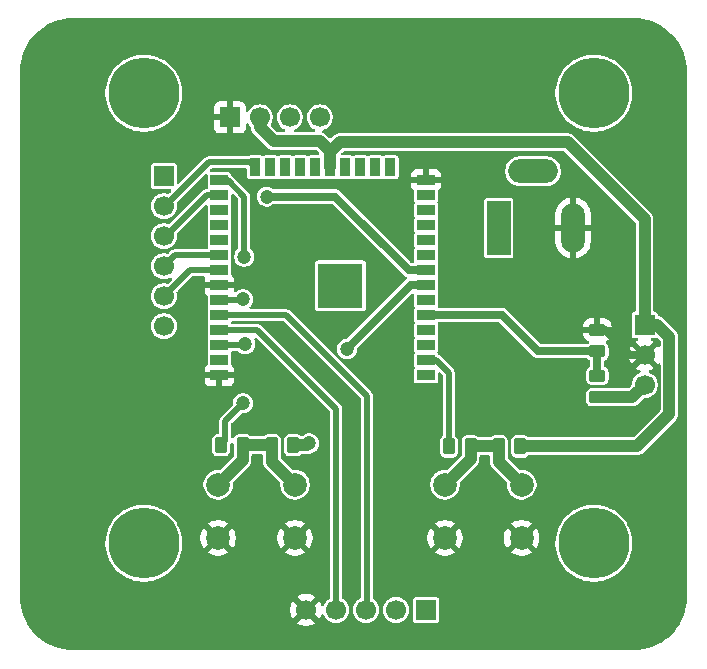
<source format=gtl>
%TF.GenerationSoftware,KiCad,Pcbnew,9.0.6*%
%TF.CreationDate,2026-01-28T21:09:13+07:00*%
%TF.ProjectId,BluetoothCar,426c7565-746f-46f7-9468-4361722e6b69,rev?*%
%TF.SameCoordinates,Original*%
%TF.FileFunction,Copper,L1,Top*%
%TF.FilePolarity,Positive*%
%FSLAX46Y46*%
G04 Gerber Fmt 4.6, Leading zero omitted, Abs format (unit mm)*
G04 Created by KiCad (PCBNEW 9.0.6) date 2026-01-28 21:09:13*
%MOMM*%
%LPD*%
G01*
G04 APERTURE LIST*
G04 Aperture macros list*
%AMRoundRect*
0 Rectangle with rounded corners*
0 $1 Rounding radius*
0 $2 $3 $4 $5 $6 $7 $8 $9 X,Y pos of 4 corners*
0 Add a 4 corners polygon primitive as box body*
4,1,4,$2,$3,$4,$5,$6,$7,$8,$9,$2,$3,0*
0 Add four circle primitives for the rounded corners*
1,1,$1+$1,$2,$3*
1,1,$1+$1,$4,$5*
1,1,$1+$1,$6,$7*
1,1,$1+$1,$8,$9*
0 Add four rect primitives between the rounded corners*
20,1,$1+$1,$2,$3,$4,$5,0*
20,1,$1+$1,$4,$5,$6,$7,0*
20,1,$1+$1,$6,$7,$8,$9,0*
20,1,$1+$1,$8,$9,$2,$3,0*%
G04 Aperture macros list end*
%TA.AperFunction,ComponentPad*%
%ADD10C,2.000000*%
%TD*%
%TA.AperFunction,ComponentPad*%
%ADD11C,6.000000*%
%TD*%
%TA.AperFunction,SMDPad,CuDef*%
%ADD12RoundRect,0.250000X-0.262500X-0.450000X0.262500X-0.450000X0.262500X0.450000X-0.262500X0.450000X0*%
%TD*%
%TA.AperFunction,ComponentPad*%
%ADD13R,1.700000X1.700000*%
%TD*%
%TA.AperFunction,ComponentPad*%
%ADD14C,1.700000*%
%TD*%
%TA.AperFunction,SMDPad,CuDef*%
%ADD15RoundRect,0.250000X0.450000X-0.262500X0.450000X0.262500X-0.450000X0.262500X-0.450000X-0.262500X0*%
%TD*%
%TA.AperFunction,ComponentPad*%
%ADD16R,2.000000X4.600000*%
%TD*%
%TA.AperFunction,ComponentPad*%
%ADD17O,2.000000X4.200000*%
%TD*%
%TA.AperFunction,ComponentPad*%
%ADD18O,4.200000X2.000000*%
%TD*%
%TA.AperFunction,SMDPad,CuDef*%
%ADD19R,1.500000X0.900000*%
%TD*%
%TA.AperFunction,SMDPad,CuDef*%
%ADD20R,0.900000X1.500000*%
%TD*%
%TA.AperFunction,SMDPad,CuDef*%
%ADD21R,0.900000X0.900000*%
%TD*%
%TA.AperFunction,HeatsinkPad*%
%ADD22C,0.600000*%
%TD*%
%TA.AperFunction,HeatsinkPad*%
%ADD23R,3.800000X3.800000*%
%TD*%
%TA.AperFunction,ViaPad*%
%ADD24C,1.200000*%
%TD*%
%TA.AperFunction,Conductor*%
%ADD25C,1.000000*%
%TD*%
%TA.AperFunction,Conductor*%
%ADD26C,0.700000*%
%TD*%
%TA.AperFunction,Conductor*%
%ADD27C,0.500000*%
%TD*%
G04 APERTURE END LIST*
D10*
%TO.P,BOOT1,1,C*%
%TO.N,GND*%
X103800000Y-152500000D03*
X97300000Y-152500000D03*
%TO.P,BOOT1,2,D*%
%TO.N,Net-(BOOT1A-D)*%
X103800000Y-148000000D03*
X97300000Y-148000000D03*
%TD*%
D11*
%TO.P,H4,1,1*%
%TO.N,unconnected-(H4-Pad1)*%
X129100000Y-152955000D03*
%TD*%
D12*
%TO.P,R5,1*%
%TO.N,Net-(EN_PIN1A-D)*%
X121050000Y-144750000D03*
%TO.P,R5,2*%
%TO.N,+5V*%
X122875000Y-144750000D03*
%TD*%
D13*
%TO.P,J3,1,Pin_1*%
%TO.N,GND*%
X98280000Y-116900000D03*
D14*
%TO.P,J3,2,Pin_2*%
%TO.N,+5V*%
X100820000Y-116900000D03*
%TO.P,J3,3,Pin_3*%
%TO.N,SDA*%
X103360000Y-116900000D03*
%TO.P,J3,4,Pin_4*%
%TO.N,SCL*%
X105900000Y-116900000D03*
%TD*%
D10*
%TO.P,EN_PIN1,1,C*%
%TO.N,GND*%
X123000000Y-152500000D03*
X116500000Y-152500000D03*
%TO.P,EN_PIN1,2,D*%
%TO.N,Net-(EN_PIN1A-D)*%
X123000000Y-148000000D03*
X116500000Y-148000000D03*
%TD*%
D15*
%TO.P,R2,1*%
%TO.N,ADC_VOL*%
X129400000Y-136700000D03*
%TO.P,R2,2*%
%TO.N,GND*%
X129400000Y-134875000D03*
%TD*%
D11*
%TO.P,H3,1,1*%
%TO.N,unconnected-(H3-Pad1)*%
X91000000Y-152955000D03*
%TD*%
D12*
%TO.P,R3,1*%
%TO.N,Net-(BOOT1A-D)*%
X101837500Y-144650000D03*
%TO.P,R3,2*%
%TO.N,+5V*%
X103662500Y-144650000D03*
%TD*%
D13*
%TO.P,J5,1,Pin_1*%
%TO.N,unconnected-(J5-Pin_1-Pad1)*%
X114900000Y-158600000D03*
D14*
%TO.P,J5,2,Pin_2*%
%TO.N,+5V*%
X112360000Y-158600000D03*
%TO.P,J5,3,Pin_3*%
%TO.N,RX0*%
X109820000Y-158600000D03*
%TO.P,J5,4,Pin_4*%
%TO.N,TX0*%
X107280000Y-158600000D03*
%TO.P,J5,5,Pin_5*%
%TO.N,GND*%
X104740000Y-158600000D03*
%TD*%
D13*
%TO.P,J4,1,Pin_1*%
%TO.N,ENA*%
X92700000Y-121880000D03*
D14*
%TO.P,J4,2,Pin_2*%
%TO.N,INA1*%
X92700000Y-124420000D03*
%TO.P,J4,3,Pin_3*%
%TO.N,INA2*%
X92700000Y-126960000D03*
%TO.P,J4,4,Pin_4*%
%TO.N,INB1*%
X92700000Y-129500000D03*
%TO.P,J4,5,Pin_5*%
%TO.N,INB2*%
X92700000Y-132040000D03*
%TO.P,J4,6,Pin_6*%
%TO.N,ENB*%
X92700000Y-134580000D03*
%TD*%
D16*
%TO.P,J2,1*%
%TO.N,+12V*%
X121050000Y-126250000D03*
D17*
%TO.P,J2,2*%
%TO.N,GND*%
X127350000Y-126250000D03*
D18*
%TO.P,J2,3*%
%TO.N,N/C*%
X123950000Y-121450000D03*
%TD*%
D11*
%TO.P,H2,1,1*%
%TO.N,unconnected-(H2-Pad1)*%
X129100000Y-114855000D03*
%TD*%
%TO.P,H1,1,1*%
%TO.N,unconnected-(H1-Pad1)*%
X91000000Y-114855000D03*
%TD*%
D12*
%TO.P,R4,1*%
%TO.N,BOOT*%
X97537500Y-144650000D03*
%TO.P,R4,2*%
%TO.N,Net-(BOOT1A-D)*%
X99362500Y-144650000D03*
%TD*%
D15*
%TO.P,R1,1*%
%TO.N,+12V*%
X129400000Y-140600000D03*
%TO.P,R1,2*%
%TO.N,ADC_VOL*%
X129400000Y-138775000D03*
%TD*%
D13*
%TO.P,J6,1,Pin_1*%
%TO.N,+5V*%
X133400000Y-134460000D03*
D14*
%TO.P,J6,2,Pin_2*%
%TO.N,GND*%
X133400000Y-137000000D03*
%TO.P,J6,3,Pin_3*%
%TO.N,+12V*%
X133400000Y-139540000D03*
%TD*%
D12*
%TO.P,R6,1*%
%TO.N,EN_PIN*%
X116837500Y-144750000D03*
%TO.P,R6,2*%
%TO.N,Net-(EN_PIN1A-D)*%
X118662500Y-144750000D03*
%TD*%
D19*
%TO.P,U1,1,3V3*%
%TO.N,unconnected-(U1-3V3-Pad1)*%
X114900000Y-138715000D03*
%TO.P,U1,2,CHIP_PU*%
%TO.N,EN_PIN*%
X114900000Y-137445000D03*
%TO.P,U1,3,SENSOR_VP/GPIO36/ADC1_CH0*%
%TO.N,unconnected-(U1-SENSOR_VP{slash}GPIO36{slash}ADC1_CH0-Pad3)*%
X114900000Y-136175000D03*
%TO.P,U1,4,SENSOR_VN/GPIO39/ADC1_CH3*%
%TO.N,unconnected-(U1-SENSOR_VN{slash}GPIO39{slash}ADC1_CH3-Pad4)*%
X114900000Y-134905000D03*
%TO.P,U1,5,VDET_1/GPIO34/ADC1_CH6*%
%TO.N,ADC_VOL*%
X114900000Y-133635000D03*
%TO.P,U1,6,VDET_2/GPIO35/ADC1_CH7*%
%TO.N,unconnected-(U1-VDET_2{slash}GPIO35{slash}ADC1_CH7-Pad6)*%
X114900000Y-132365000D03*
%TO.P,U1,7,32K_XP/GPIO32/ADC1_CH4*%
%TO.N,ENB*%
X114900000Y-131095000D03*
%TO.P,U1,8,32K_XN/GPIO33/ADC1_CH5*%
%TO.N,ENA*%
X114900000Y-129825000D03*
%TO.P,U1,9,DAC_1/ADC2_CH8/GPIO25*%
%TO.N,unconnected-(U1-DAC_1{slash}ADC2_CH8{slash}GPIO25-Pad9)*%
X114900000Y-128555000D03*
%TO.P,U1,10,DAC_2/ADC2_CH9/GPIO26*%
%TO.N,unconnected-(U1-DAC_2{slash}ADC2_CH9{slash}GPIO26-Pad10)*%
X114900000Y-127285000D03*
%TO.P,U1,11,ADC2_CH7/GPIO27*%
%TO.N,unconnected-(U1-ADC2_CH7{slash}GPIO27-Pad11)*%
X114900000Y-126015000D03*
%TO.P,U1,12,MTMS/GPIO14/ADC2_CH6*%
%TO.N,unconnected-(U1-MTMS{slash}GPIO14{slash}ADC2_CH6-Pad12)*%
X114900000Y-124745000D03*
%TO.P,U1,13,MTDI/GPIO12/ADC2_CH5*%
%TO.N,unconnected-(U1-MTDI{slash}GPIO12{slash}ADC2_CH5-Pad13)*%
X114900000Y-123475000D03*
%TO.P,U1,14,GND*%
%TO.N,GND*%
X114900000Y-122205000D03*
D20*
%TO.P,U1,15,MTCK/GPIO13/ADC2_CH4*%
%TO.N,SERVO_PWM*%
X111865000Y-121110000D03*
%TO.P,U1,16,SD_DATA2/GPIO9*%
%TO.N,unconnected-(U1-SD_DATA2{slash}GPIO9-Pad16)*%
X110595000Y-121110000D03*
%TO.P,U1,17,SD_DATA3/GPIO10*%
%TO.N,unconnected-(U1-SD_DATA3{slash}GPIO10-Pad17)*%
X109325000Y-121110000D03*
%TO.P,U1,18,CMD*%
%TO.N,unconnected-(U1-CMD-Pad18)*%
X108055000Y-121110000D03*
%TO.P,U1,19,5V*%
%TO.N,+5V*%
X106785000Y-121110000D03*
%TO.P,U1,20,SD_CLK/GPIO6*%
%TO.N,unconnected-(U1-SD_CLK{slash}GPIO6-Pad20)*%
X105515000Y-121110000D03*
%TO.P,U1,21,SD_DATA0/GPIO7*%
%TO.N,unconnected-(U1-SD_DATA0{slash}GPIO7-Pad21)*%
X104245000Y-121110000D03*
%TO.P,U1,22,SD_DATA1/GPIO8*%
%TO.N,unconnected-(U1-SD_DATA1{slash}GPIO8-Pad22)*%
X102975000Y-121110000D03*
%TO.P,U1,23,MTDO/GPIO15/ADC2_CH3*%
%TO.N,unconnected-(U1-MTDO{slash}GPIO15{slash}ADC2_CH3-Pad23)*%
X101705000Y-121110000D03*
%TO.P,U1,24,ADC2_CH2/GPIO2*%
%TO.N,INA1*%
X100435000Y-121110000D03*
D19*
%TO.P,U1,25,GPIO0/BOOT/ADC2_CH1*%
%TO.N,BOOT*%
X97400000Y-122205000D03*
%TO.P,U1,26,ADC2_CH0/GPIO4*%
%TO.N,INA2*%
X97400000Y-123475000D03*
%TO.P,U1,27,GPIO16*%
%TO.N,unconnected-(U1-GPIO16-Pad27)*%
X97400000Y-124745000D03*
%TO.P,U1,28,GPIO17*%
%TO.N,unconnected-(U1-GPIO17-Pad28)*%
X97400000Y-126015000D03*
%TO.P,U1,29,GPIO5*%
%TO.N,unconnected-(U1-GPIO5-Pad29)*%
X97400000Y-127285000D03*
%TO.P,U1,30,GPIO18*%
%TO.N,INB1*%
X97400000Y-128555000D03*
%TO.P,U1,31,GPIO19*%
%TO.N,INB2*%
X97400000Y-129825000D03*
%TO.P,U1,32,GND*%
%TO.N,GND*%
X97400000Y-131095000D03*
%TO.P,U1,33,GPIO21*%
%TO.N,SDA*%
X97400000Y-132365000D03*
%TO.P,U1,34,U0RXD/GPIO3*%
%TO.N,RX0*%
X97400000Y-133635000D03*
%TO.P,U1,35,U0TXD/GPIO1*%
%TO.N,TX0*%
X97400000Y-134905000D03*
%TO.P,U1,36,GPIO22*%
%TO.N,SCL*%
X97400000Y-136175000D03*
%TO.P,U1,37,GPIO23*%
%TO.N,unconnected-(U1-GPIO23-Pad37)*%
X97400000Y-137445000D03*
%TO.P,U1,38,GND*%
%TO.N,GND*%
X97400000Y-138715000D03*
D21*
%TO.P,U1,39*%
%TO.N,N/C*%
X109050000Y-132550000D03*
D22*
X109050000Y-131850000D03*
D21*
X109050000Y-131150000D03*
D22*
X109050000Y-130450000D03*
D21*
X109050000Y-129750000D03*
D22*
X108350000Y-132550000D03*
X108350000Y-131150000D03*
X108350000Y-129750000D03*
D21*
X107650000Y-132550000D03*
D22*
X107650000Y-131850000D03*
D21*
X107650000Y-131150000D03*
D23*
X107650000Y-131150000D03*
D22*
X107650000Y-130450000D03*
D21*
X107650000Y-129750000D03*
D22*
X106950000Y-132550000D03*
X106950000Y-131150000D03*
X106950000Y-129750000D03*
D21*
X106250000Y-132550000D03*
D22*
X106250000Y-131850000D03*
D21*
X106250000Y-131150000D03*
D22*
X106250000Y-130450000D03*
D21*
X106250000Y-129750000D03*
%TD*%
D24*
%TO.N,+5V*%
X105000000Y-144500000D03*
%TO.N,ENB*%
X108200000Y-136500000D03*
%TO.N,BOOT*%
X99500000Y-128700000D03*
%TO.N,ENA*%
X101400000Y-123600000D03*
%TO.N,BOOT*%
X99400000Y-141100000D03*
%TO.N,SDA*%
X99400000Y-132300000D03*
%TO.N,SCL*%
X99600000Y-136100000D03*
%TD*%
D25*
%TO.N,+5V*%
X103662500Y-144650000D02*
X104850000Y-144650000D01*
X104850000Y-144650000D02*
X105000000Y-144500000D01*
D26*
%TO.N,ADC_VOL*%
X129400000Y-136700000D02*
X124400000Y-136700000D01*
X124400000Y-136700000D02*
X121335000Y-133635000D01*
X121335000Y-133635000D02*
X114900000Y-133635000D01*
D27*
%TO.N,BOOT*%
X99400000Y-141100000D02*
X97900000Y-142600000D01*
X97900000Y-142600000D02*
X97900000Y-144287500D01*
X97900000Y-144287500D02*
X97537500Y-144650000D01*
D26*
%TO.N,ENB*%
X114900000Y-131095000D02*
X113605000Y-131095000D01*
X113605000Y-131095000D02*
X108200000Y-136500000D01*
%TO.N,ENA*%
X114900000Y-129825000D02*
X113450000Y-129825000D01*
X113450000Y-129825000D02*
X107225000Y-123600000D01*
X107225000Y-123600000D02*
X101400000Y-123600000D01*
D25*
%TO.N,+5V*%
X122875000Y-144750000D02*
X132750000Y-144750000D01*
X132750000Y-144750000D02*
X135500000Y-142000000D01*
X135500000Y-142000000D02*
X135500000Y-135500000D01*
X135500000Y-135500000D02*
X134460000Y-134460000D01*
X134460000Y-134460000D02*
X133400000Y-134460000D01*
D27*
%TO.N,EN_PIN*%
X114900000Y-137445000D02*
X115745000Y-137445000D01*
X115745000Y-137445000D02*
X116837500Y-138537500D01*
X116837500Y-138537500D02*
X116837500Y-144750000D01*
D25*
%TO.N,Net-(EN_PIN1A-D)*%
X118662500Y-144750000D02*
X118662500Y-145837500D01*
X118662500Y-145837500D02*
X116500000Y-148000000D01*
X121050000Y-144750000D02*
X121050000Y-146050000D01*
X121050000Y-146050000D02*
X123000000Y-148000000D01*
%TO.N,Net-(BOOT1A-D)*%
X101837500Y-144650000D02*
X101837500Y-146037500D01*
X101837500Y-146037500D02*
X103800000Y-148000000D01*
X99362500Y-144650000D02*
X99362500Y-145937500D01*
X99362500Y-145937500D02*
X97300000Y-148000000D01*
%TO.N,+12V*%
X129400000Y-140600000D02*
X132340000Y-140600000D01*
X132340000Y-140600000D02*
X133400000Y-139540000D01*
D26*
%TO.N,GND*%
X132200000Y-137000000D02*
X133400000Y-137000000D01*
X129400000Y-134875000D02*
X130075000Y-134875000D01*
X130075000Y-134875000D02*
X132200000Y-137000000D01*
D27*
%TO.N,SDA*%
X97400000Y-132365000D02*
X99335000Y-132365000D01*
X99335000Y-132365000D02*
X99400000Y-132300000D01*
%TO.N,SCL*%
X99525000Y-136175000D02*
X99600000Y-136100000D01*
X97400000Y-136175000D02*
X99525000Y-136175000D01*
D25*
%TO.N,+5V*%
X106785000Y-119785000D02*
X106785000Y-121110000D01*
X100820000Y-117720000D02*
X102000000Y-118900000D01*
X100820000Y-116900000D02*
X100820000Y-117720000D01*
X126900000Y-119000000D02*
X133400000Y-125500000D01*
X102000000Y-118900000D02*
X105900000Y-118900000D01*
X107600000Y-119000000D02*
X126900000Y-119000000D01*
X106785000Y-119815000D02*
X107600000Y-119000000D01*
X133400000Y-125500000D02*
X133400000Y-134460000D01*
X105900000Y-118900000D02*
X106785000Y-119785000D01*
X106785000Y-121110000D02*
X106785000Y-119815000D01*
D27*
%TO.N,INB1*%
X93645000Y-128555000D02*
X92700000Y-129500000D01*
X97400000Y-128555000D02*
X93645000Y-128555000D01*
D26*
%TO.N,ADC_VOL*%
X129400000Y-136700000D02*
X129400000Y-138775000D01*
D27*
%TO.N,INA2*%
X92700000Y-126960000D02*
X92840000Y-126960000D01*
X96325000Y-123475000D02*
X97400000Y-123475000D01*
X92840000Y-126960000D02*
X96325000Y-123475000D01*
%TO.N,INB2*%
X97400000Y-129825000D02*
X94915000Y-129825000D01*
X94915000Y-129825000D02*
X92700000Y-132040000D01*
%TO.N,INA1*%
X92700000Y-124420000D02*
X92780000Y-124420000D01*
X92780000Y-124420000D02*
X96500000Y-120700000D01*
X96500000Y-120700000D02*
X100025000Y-120700000D01*
X100025000Y-120700000D02*
X100435000Y-121110000D01*
%TO.N,TX0*%
X107280000Y-141580000D02*
X107280000Y-158600000D01*
X100605000Y-134905000D02*
X107280000Y-141580000D01*
X97400000Y-134905000D02*
X100605000Y-134905000D01*
%TO.N,RX0*%
X109900000Y-158520000D02*
X109820000Y-158600000D01*
X97400000Y-133635000D02*
X103035000Y-133635000D01*
X103035000Y-133635000D02*
X109900000Y-140500000D01*
X109900000Y-140500000D02*
X109900000Y-158520000D01*
D25*
%TO.N,Net-(BOOT1A-D)*%
X99362500Y-144650000D02*
X101837500Y-144650000D01*
%TO.N,Net-(EN_PIN1A-D)*%
X118662500Y-144750000D02*
X121050000Y-144750000D01*
D27*
%TO.N,BOOT*%
X99500000Y-128700000D02*
X99500000Y-123600000D01*
X99500000Y-123600000D02*
X98105000Y-122205000D01*
X98105000Y-122205000D02*
X97400000Y-122205000D01*
%TD*%
%TA.AperFunction,Conductor*%
%TO.N,GND*%
G36*
X134479209Y-135545281D02*
G01*
X134501738Y-135563105D01*
X134713181Y-135774548D01*
X134746666Y-135835871D01*
X134749500Y-135862229D01*
X134749500Y-136179038D01*
X134729815Y-136246077D01*
X134677011Y-136291832D01*
X134607853Y-136301776D01*
X134544297Y-136272751D01*
X134525182Y-136251923D01*
X134515271Y-136238282D01*
X134515269Y-136238282D01*
X133882962Y-136870590D01*
X133865925Y-136807007D01*
X133800099Y-136692993D01*
X133707007Y-136599901D01*
X133592993Y-136534075D01*
X133529409Y-136517037D01*
X134161716Y-135884728D01*
X134107550Y-135845375D01*
X134008655Y-135794985D01*
X133957859Y-135747010D01*
X133941064Y-135679189D01*
X133963602Y-135613054D01*
X134018317Y-135569603D01*
X134064950Y-135560500D01*
X134274676Y-135560500D01*
X134274677Y-135560499D01*
X134347740Y-135545966D01*
X134347744Y-135545963D01*
X134359020Y-135541293D01*
X134359773Y-135543112D01*
X134411826Y-135526806D01*
X134479209Y-135545281D01*
G37*
%TD.AperFunction*%
%TA.AperFunction,Conductor*%
G36*
X132502702Y-108500617D02*
G01*
X132886771Y-108517386D01*
X132897506Y-108518326D01*
X133275971Y-108568152D01*
X133286597Y-108570025D01*
X133659284Y-108652648D01*
X133669710Y-108655442D01*
X134033765Y-108770227D01*
X134043911Y-108773920D01*
X134396578Y-108920000D01*
X134406369Y-108924566D01*
X134744942Y-109100816D01*
X134754310Y-109106224D01*
X135076244Y-109311318D01*
X135085105Y-109317523D01*
X135387930Y-109549889D01*
X135396217Y-109556843D01*
X135677635Y-109814715D01*
X135685284Y-109822364D01*
X135943156Y-110103782D01*
X135950110Y-110112069D01*
X136182476Y-110414894D01*
X136188681Y-110423755D01*
X136393775Y-110745689D01*
X136399183Y-110755057D01*
X136575430Y-111093623D01*
X136580002Y-111103427D01*
X136726075Y-111456078D01*
X136729775Y-111466244D01*
X136844554Y-111830278D01*
X136847354Y-111840727D01*
X136929971Y-112213389D01*
X136931849Y-112224042D01*
X136981671Y-112602473D01*
X136982614Y-112613249D01*
X136999382Y-112997297D01*
X136999500Y-113002706D01*
X136999500Y-157497293D01*
X136999382Y-157502702D01*
X136982614Y-157886750D01*
X136981671Y-157897526D01*
X136931849Y-158275957D01*
X136929971Y-158286610D01*
X136847354Y-158659272D01*
X136844554Y-158669721D01*
X136729775Y-159033755D01*
X136726075Y-159043921D01*
X136580002Y-159396572D01*
X136575430Y-159406376D01*
X136399183Y-159744942D01*
X136393775Y-159754310D01*
X136188681Y-160076244D01*
X136182476Y-160085105D01*
X135950110Y-160387930D01*
X135943156Y-160396217D01*
X135685284Y-160677635D01*
X135677635Y-160685284D01*
X135396217Y-160943156D01*
X135387930Y-160950110D01*
X135085105Y-161182476D01*
X135076244Y-161188681D01*
X134754310Y-161393775D01*
X134744942Y-161399183D01*
X134406376Y-161575430D01*
X134396572Y-161580002D01*
X134043921Y-161726075D01*
X134033755Y-161729775D01*
X133669721Y-161844554D01*
X133659272Y-161847354D01*
X133286610Y-161929971D01*
X133275957Y-161931849D01*
X132897526Y-161981671D01*
X132886750Y-161982614D01*
X132502703Y-161999382D01*
X132497294Y-161999500D01*
X85002706Y-161999500D01*
X84997297Y-161999382D01*
X84613249Y-161982614D01*
X84602473Y-161981671D01*
X84224042Y-161931849D01*
X84213389Y-161929971D01*
X83840727Y-161847354D01*
X83830278Y-161844554D01*
X83466244Y-161729775D01*
X83456078Y-161726075D01*
X83103427Y-161580002D01*
X83093623Y-161575430D01*
X82755057Y-161399183D01*
X82745689Y-161393775D01*
X82423755Y-161188681D01*
X82414894Y-161182476D01*
X82112069Y-160950110D01*
X82103782Y-160943156D01*
X81822364Y-160685284D01*
X81814715Y-160677635D01*
X81556843Y-160396217D01*
X81549889Y-160387930D01*
X81317523Y-160085105D01*
X81311318Y-160076244D01*
X81106224Y-159754310D01*
X81100822Y-159744954D01*
X80924566Y-159406369D01*
X80919997Y-159396572D01*
X80905560Y-159361717D01*
X80773920Y-159043911D01*
X80770224Y-159033755D01*
X80766659Y-159022447D01*
X80655442Y-158669710D01*
X80652649Y-158659290D01*
X80570025Y-158286597D01*
X80568152Y-158275971D01*
X80518326Y-157897506D01*
X80517386Y-157886769D01*
X80504791Y-157598283D01*
X80502133Y-157537397D01*
X80500618Y-157502703D01*
X80500618Y-157502702D01*
X80500500Y-157497293D01*
X80500500Y-152795316D01*
X87749500Y-152795316D01*
X87749500Y-153114683D01*
X87780803Y-153432522D01*
X87843109Y-153745754D01*
X87935820Y-154051382D01*
X88058040Y-154346446D01*
X88058042Y-154346451D01*
X88208584Y-154628094D01*
X88208601Y-154628122D01*
X88386012Y-154893638D01*
X88386029Y-154893661D01*
X88588638Y-155140540D01*
X88814459Y-155366361D01*
X88814464Y-155366365D01*
X88814465Y-155366366D01*
X89061344Y-155568975D01*
X89061351Y-155568980D01*
X89061361Y-155568987D01*
X89326877Y-155746398D01*
X89326882Y-155746401D01*
X89326894Y-155746409D01*
X89326903Y-155746413D01*
X89326905Y-155746415D01*
X89608548Y-155896957D01*
X89608550Y-155896957D01*
X89608556Y-155896961D01*
X89903619Y-156019180D01*
X90209240Y-156111889D01*
X90522477Y-156174196D01*
X90840313Y-156205500D01*
X90840316Y-156205500D01*
X91159684Y-156205500D01*
X91159687Y-156205500D01*
X91477523Y-156174196D01*
X91790760Y-156111889D01*
X92096381Y-156019180D01*
X92391444Y-155896961D01*
X92673106Y-155746409D01*
X92938656Y-155568975D01*
X93185535Y-155366366D01*
X93411366Y-155140535D01*
X93613975Y-154893656D01*
X93791409Y-154628106D01*
X93941961Y-154346444D01*
X94064180Y-154051381D01*
X94156889Y-153745760D01*
X94219196Y-153432523D01*
X94250500Y-153114687D01*
X94250500Y-152795313D01*
X94219196Y-152477477D01*
X94200194Y-152381947D01*
X95800000Y-152381947D01*
X95800000Y-152618052D01*
X95836934Y-152851247D01*
X95909897Y-153075802D01*
X96017087Y-153286174D01*
X96077338Y-153369104D01*
X96077340Y-153369105D01*
X96776212Y-152670233D01*
X96787482Y-152712292D01*
X96859890Y-152837708D01*
X96962292Y-152940110D01*
X97087708Y-153012518D01*
X97129765Y-153023787D01*
X96430893Y-153722658D01*
X96513828Y-153782914D01*
X96724197Y-153890102D01*
X96948752Y-153963065D01*
X96948751Y-153963065D01*
X97181948Y-154000000D01*
X97418052Y-154000000D01*
X97651247Y-153963065D01*
X97875802Y-153890102D01*
X98086163Y-153782918D01*
X98086169Y-153782914D01*
X98169104Y-153722658D01*
X98169105Y-153722658D01*
X97470233Y-153023787D01*
X97512292Y-153012518D01*
X97637708Y-152940110D01*
X97740110Y-152837708D01*
X97812518Y-152712292D01*
X97823787Y-152670234D01*
X98522658Y-153369105D01*
X98522658Y-153369104D01*
X98582914Y-153286169D01*
X98582918Y-153286163D01*
X98690102Y-153075802D01*
X98763065Y-152851247D01*
X98800000Y-152618052D01*
X98800000Y-152381947D01*
X102300000Y-152381947D01*
X102300000Y-152618052D01*
X102336934Y-152851247D01*
X102409897Y-153075802D01*
X102517087Y-153286174D01*
X102577338Y-153369104D01*
X102577340Y-153369105D01*
X103276212Y-152670233D01*
X103287482Y-152712292D01*
X103359890Y-152837708D01*
X103462292Y-152940110D01*
X103587708Y-153012518D01*
X103629765Y-153023787D01*
X102930893Y-153722658D01*
X103013828Y-153782914D01*
X103224197Y-153890102D01*
X103448752Y-153963065D01*
X103448751Y-153963065D01*
X103681948Y-154000000D01*
X103918052Y-154000000D01*
X104151247Y-153963065D01*
X104375802Y-153890102D01*
X104586163Y-153782918D01*
X104586169Y-153782914D01*
X104669104Y-153722658D01*
X104669105Y-153722658D01*
X103970233Y-153023787D01*
X104012292Y-153012518D01*
X104137708Y-152940110D01*
X104240110Y-152837708D01*
X104312518Y-152712292D01*
X104323787Y-152670234D01*
X105022658Y-153369105D01*
X105022658Y-153369104D01*
X105082914Y-153286169D01*
X105082918Y-153286163D01*
X105190102Y-153075802D01*
X105263065Y-152851247D01*
X105300000Y-152618052D01*
X105300000Y-152381947D01*
X105263065Y-152148752D01*
X105190102Y-151924197D01*
X105082914Y-151713828D01*
X105022658Y-151630894D01*
X105022658Y-151630893D01*
X104323787Y-152329765D01*
X104312518Y-152287708D01*
X104240110Y-152162292D01*
X104137708Y-152059890D01*
X104012292Y-151987482D01*
X103970234Y-151976212D01*
X104669105Y-151277340D01*
X104669104Y-151277338D01*
X104586174Y-151217087D01*
X104375802Y-151109897D01*
X104151247Y-151036934D01*
X104151248Y-151036934D01*
X103918052Y-151000000D01*
X103681948Y-151000000D01*
X103448752Y-151036934D01*
X103224197Y-151109897D01*
X103013830Y-151217084D01*
X102930894Y-151277340D01*
X103629766Y-151976212D01*
X103587708Y-151987482D01*
X103462292Y-152059890D01*
X103359890Y-152162292D01*
X103287482Y-152287708D01*
X103276212Y-152329766D01*
X102577340Y-151630894D01*
X102517084Y-151713830D01*
X102409897Y-151924197D01*
X102336934Y-152148752D01*
X102300000Y-152381947D01*
X98800000Y-152381947D01*
X98763065Y-152148752D01*
X98690102Y-151924197D01*
X98582914Y-151713828D01*
X98522658Y-151630894D01*
X98522658Y-151630893D01*
X97823787Y-152329765D01*
X97812518Y-152287708D01*
X97740110Y-152162292D01*
X97637708Y-152059890D01*
X97512292Y-151987482D01*
X97470234Y-151976212D01*
X98169105Y-151277340D01*
X98169104Y-151277339D01*
X98086174Y-151217087D01*
X97875802Y-151109897D01*
X97651247Y-151036934D01*
X97651248Y-151036934D01*
X97418052Y-151000000D01*
X97181948Y-151000000D01*
X96948752Y-151036934D01*
X96724197Y-151109897D01*
X96513830Y-151217084D01*
X96430894Y-151277340D01*
X97129766Y-151976212D01*
X97087708Y-151987482D01*
X96962292Y-152059890D01*
X96859890Y-152162292D01*
X96787482Y-152287708D01*
X96776212Y-152329766D01*
X96077340Y-151630894D01*
X96017084Y-151713830D01*
X95909897Y-151924197D01*
X95836934Y-152148752D01*
X95800000Y-152381947D01*
X94200194Y-152381947D01*
X94156889Y-152164240D01*
X94064180Y-151858619D01*
X93941961Y-151563556D01*
X93941957Y-151563548D01*
X93845481Y-151383054D01*
X93845480Y-151383053D01*
X93832039Y-151357908D01*
X93791409Y-151281894D01*
X93788366Y-151277340D01*
X93613987Y-151016361D01*
X93613980Y-151016351D01*
X93613975Y-151016344D01*
X93411366Y-150769465D01*
X93411365Y-150769464D01*
X93411361Y-150769459D01*
X93185540Y-150543638D01*
X92938661Y-150341029D01*
X92938638Y-150341012D01*
X92673122Y-150163601D01*
X92673094Y-150163584D01*
X92391451Y-150013042D01*
X92391446Y-150013040D01*
X92096382Y-149890820D01*
X91790754Y-149798109D01*
X91477521Y-149735803D01*
X91477522Y-149735803D01*
X91238141Y-149712227D01*
X91159687Y-149704500D01*
X90840313Y-149704500D01*
X90767822Y-149711639D01*
X90522477Y-149735803D01*
X90209245Y-149798109D01*
X89903617Y-149890820D01*
X89608553Y-150013040D01*
X89608548Y-150013042D01*
X89326905Y-150163584D01*
X89326877Y-150163601D01*
X89061361Y-150341012D01*
X89061338Y-150341029D01*
X88814459Y-150543638D01*
X88588638Y-150769459D01*
X88386029Y-151016338D01*
X88386012Y-151016361D01*
X88208601Y-151281877D01*
X88208584Y-151281905D01*
X88058042Y-151563548D01*
X88058040Y-151563553D01*
X87935820Y-151858617D01*
X87843109Y-152164245D01*
X87780803Y-152477477D01*
X87757677Y-152712292D01*
X87751711Y-152772871D01*
X87749500Y-152795316D01*
X80500500Y-152795316D01*
X80500500Y-147901577D01*
X96049500Y-147901577D01*
X96049500Y-148098422D01*
X96080290Y-148292826D01*
X96141117Y-148480029D01*
X96230476Y-148655405D01*
X96346172Y-148814646D01*
X96485354Y-148953828D01*
X96644595Y-149069524D01*
X96727455Y-149111743D01*
X96819970Y-149158882D01*
X96819972Y-149158882D01*
X96819975Y-149158884D01*
X96920317Y-149191487D01*
X97007173Y-149219709D01*
X97201578Y-149250500D01*
X97201583Y-149250500D01*
X97398422Y-149250500D01*
X97592826Y-149219709D01*
X97780025Y-149158884D01*
X97955405Y-149069524D01*
X98114646Y-148953828D01*
X98253828Y-148814646D01*
X98369524Y-148655405D01*
X98458884Y-148480025D01*
X98519709Y-148292826D01*
X98550500Y-148098422D01*
X98550500Y-147901584D01*
X98550499Y-147901577D01*
X98547980Y-147885675D01*
X98556931Y-147816385D01*
X98582768Y-147778597D01*
X99945451Y-146415916D01*
X100027584Y-146292995D01*
X100084158Y-146156413D01*
X100090621Y-146123920D01*
X100093108Y-146111420D01*
X100093108Y-146111416D01*
X100113000Y-146011418D01*
X100113000Y-145524500D01*
X100132685Y-145457461D01*
X100185489Y-145411706D01*
X100237000Y-145400500D01*
X100963000Y-145400500D01*
X101030039Y-145420185D01*
X101075794Y-145472989D01*
X101087000Y-145524500D01*
X101087000Y-146111416D01*
X101086999Y-146111420D01*
X101115840Y-146256407D01*
X101115843Y-146256417D01*
X101172414Y-146392992D01*
X101205312Y-146442227D01*
X101205313Y-146442230D01*
X101254546Y-146515914D01*
X101254552Y-146515921D01*
X102517227Y-147778594D01*
X102550712Y-147839917D01*
X102552020Y-147885672D01*
X102549500Y-147901583D01*
X102549500Y-148098422D01*
X102580290Y-148292826D01*
X102641117Y-148480029D01*
X102730476Y-148655405D01*
X102846172Y-148814646D01*
X102985354Y-148953828D01*
X103144595Y-149069524D01*
X103227455Y-149111743D01*
X103319970Y-149158882D01*
X103319972Y-149158882D01*
X103319975Y-149158884D01*
X103420317Y-149191487D01*
X103507173Y-149219709D01*
X103701578Y-149250500D01*
X103701583Y-149250500D01*
X103898422Y-149250500D01*
X104092826Y-149219709D01*
X104280025Y-149158884D01*
X104455405Y-149069524D01*
X104614646Y-148953828D01*
X104753828Y-148814646D01*
X104869524Y-148655405D01*
X104958884Y-148480025D01*
X105019709Y-148292826D01*
X105050500Y-148098422D01*
X105050500Y-147901577D01*
X105019709Y-147707173D01*
X104958882Y-147519970D01*
X104869523Y-147344594D01*
X104753828Y-147185354D01*
X104614646Y-147046172D01*
X104455405Y-146930476D01*
X104280029Y-146841117D01*
X104092826Y-146780290D01*
X103898422Y-146749500D01*
X103898417Y-146749500D01*
X103701583Y-146749500D01*
X103685672Y-146752020D01*
X103616378Y-146743064D01*
X103578594Y-146717227D01*
X103103602Y-146242235D01*
X102624319Y-145762951D01*
X102590834Y-145701628D01*
X102588000Y-145675270D01*
X102588000Y-145246185D01*
X102593567Y-145215330D01*
X102592307Y-145215033D01*
X102594091Y-145207481D01*
X102594091Y-145207479D01*
X102600500Y-145147873D01*
X102600499Y-144152135D01*
X102899500Y-144152135D01*
X102899500Y-145147870D01*
X102899501Y-145147876D01*
X102905908Y-145207483D01*
X102956202Y-145342328D01*
X102956206Y-145342335D01*
X103042452Y-145457544D01*
X103042455Y-145457547D01*
X103157664Y-145543793D01*
X103157671Y-145543797D01*
X103194307Y-145557461D01*
X103292517Y-145594091D01*
X103352127Y-145600500D01*
X103972872Y-145600499D01*
X104032483Y-145594091D01*
X104167331Y-145543796D01*
X104282546Y-145457546D01*
X104288052Y-145450191D01*
X104343985Y-145408319D01*
X104387320Y-145400500D01*
X104923920Y-145400500D01*
X105021462Y-145381096D01*
X105068913Y-145371658D01*
X105142180Y-145341309D01*
X105165433Y-145334255D01*
X105248082Y-145317816D01*
X105402863Y-145253703D01*
X105542162Y-145160626D01*
X105660626Y-145042162D01*
X105753703Y-144902863D01*
X105817816Y-144748082D01*
X105850500Y-144583767D01*
X105850500Y-144416233D01*
X105817816Y-144251918D01*
X105753703Y-144097137D01*
X105688464Y-143999500D01*
X105660626Y-143957837D01*
X105542162Y-143839373D01*
X105402860Y-143746295D01*
X105248082Y-143682184D01*
X105248074Y-143682182D01*
X105083771Y-143649500D01*
X105083767Y-143649500D01*
X104916233Y-143649500D01*
X104916228Y-143649500D01*
X104751925Y-143682182D01*
X104751917Y-143682184D01*
X104597139Y-143746295D01*
X104457837Y-143839373D01*
X104457835Y-143839375D01*
X104456325Y-143840886D01*
X104455339Y-143841423D01*
X104453128Y-143843239D01*
X104452783Y-143842819D01*
X104394999Y-143874365D01*
X104325307Y-143869375D01*
X104290309Y-143846880D01*
X104289645Y-143847768D01*
X104167335Y-143756206D01*
X104167328Y-143756202D01*
X104032486Y-143705910D01*
X104032485Y-143705909D01*
X104032483Y-143705909D01*
X103972873Y-143699500D01*
X103972863Y-143699500D01*
X103352129Y-143699500D01*
X103352123Y-143699501D01*
X103292516Y-143705908D01*
X103157671Y-143756202D01*
X103157664Y-143756206D01*
X103042455Y-143842452D01*
X103042452Y-143842455D01*
X102956206Y-143957664D01*
X102956202Y-143957671D01*
X102905908Y-144092517D01*
X102899501Y-144152116D01*
X102899500Y-144152135D01*
X102600499Y-144152135D01*
X102600499Y-144152128D01*
X102594091Y-144092517D01*
X102589286Y-144079635D01*
X102543797Y-143957671D01*
X102543793Y-143957664D01*
X102457547Y-143842455D01*
X102457544Y-143842452D01*
X102342335Y-143756206D01*
X102342328Y-143756202D01*
X102207486Y-143705910D01*
X102207485Y-143705909D01*
X102207483Y-143705909D01*
X102147873Y-143699500D01*
X102147863Y-143699500D01*
X101527129Y-143699500D01*
X101527123Y-143699501D01*
X101467516Y-143705908D01*
X101332671Y-143756202D01*
X101332664Y-143756206D01*
X101217457Y-143842451D01*
X101217451Y-143842457D01*
X101211948Y-143849809D01*
X101156015Y-143891681D01*
X101112680Y-143899500D01*
X100087320Y-143899500D01*
X100020281Y-143879815D01*
X99988052Y-143849809D01*
X99985859Y-143846880D01*
X99982546Y-143842454D01*
X99933730Y-143805910D01*
X99867335Y-143756206D01*
X99867328Y-143756202D01*
X99732486Y-143705910D01*
X99732485Y-143705909D01*
X99732483Y-143705909D01*
X99672873Y-143699500D01*
X99672863Y-143699500D01*
X99052129Y-143699500D01*
X99052123Y-143699501D01*
X98992516Y-143705908D01*
X98857671Y-143756202D01*
X98857664Y-143756206D01*
X98742455Y-143842452D01*
X98742452Y-143842455D01*
X98656206Y-143957664D01*
X98656202Y-143957671D01*
X98640682Y-143999284D01*
X98598811Y-144055218D01*
X98533346Y-144079635D01*
X98465073Y-144064783D01*
X98415668Y-144015378D01*
X98400500Y-143955951D01*
X98400500Y-142858675D01*
X98420185Y-142791636D01*
X98436815Y-142770998D01*
X99221127Y-141986685D01*
X99282448Y-141953202D01*
X99310141Y-141951598D01*
X99310141Y-141950500D01*
X99483768Y-141950500D01*
X99483769Y-141950499D01*
X99648082Y-141917816D01*
X99802863Y-141853703D01*
X99942162Y-141760626D01*
X100060626Y-141642162D01*
X100153703Y-141502863D01*
X100217816Y-141348082D01*
X100250500Y-141183767D01*
X100250500Y-141016233D01*
X100217816Y-140851918D01*
X100168227Y-140732201D01*
X100153704Y-140697139D01*
X100060626Y-140557837D01*
X99942162Y-140439373D01*
X99802860Y-140346295D01*
X99648082Y-140282184D01*
X99648074Y-140282182D01*
X99483771Y-140249500D01*
X99483767Y-140249500D01*
X99316233Y-140249500D01*
X99316228Y-140249500D01*
X99151925Y-140282182D01*
X99151917Y-140282184D01*
X98997139Y-140346295D01*
X98857837Y-140439373D01*
X98739373Y-140557837D01*
X98646295Y-140697139D01*
X98582184Y-140851917D01*
X98582182Y-140851925D01*
X98549500Y-141016228D01*
X98549500Y-141189859D01*
X98546985Y-141189859D01*
X98536007Y-141247699D01*
X98513312Y-141278872D01*
X97592686Y-142199500D01*
X97499502Y-142292683D01*
X97499500Y-142292686D01*
X97433608Y-142406812D01*
X97399500Y-142534108D01*
X97399500Y-143575500D01*
X97379815Y-143642539D01*
X97327011Y-143688294D01*
X97275502Y-143699500D01*
X97227131Y-143699500D01*
X97227123Y-143699501D01*
X97167516Y-143705908D01*
X97032671Y-143756202D01*
X97032664Y-143756206D01*
X96917455Y-143842452D01*
X96917452Y-143842455D01*
X96831206Y-143957664D01*
X96831202Y-143957671D01*
X96780908Y-144092517D01*
X96774501Y-144152116D01*
X96774500Y-144152135D01*
X96774500Y-145147870D01*
X96774501Y-145147876D01*
X96780908Y-145207483D01*
X96831202Y-145342328D01*
X96831206Y-145342335D01*
X96917452Y-145457544D01*
X96917455Y-145457547D01*
X97032664Y-145543793D01*
X97032671Y-145543797D01*
X97069307Y-145557461D01*
X97167517Y-145594091D01*
X97227127Y-145600500D01*
X97847872Y-145600499D01*
X97907483Y-145594091D01*
X98042331Y-145543796D01*
X98157546Y-145457546D01*
X98243796Y-145342331D01*
X98294091Y-145207483D01*
X98300500Y-145147873D01*
X98300499Y-144628039D01*
X98304649Y-144612549D01*
X98303995Y-144598805D01*
X98317110Y-144566042D01*
X98366392Y-144480686D01*
X98366392Y-144480683D01*
X98368113Y-144477704D01*
X98418681Y-144429489D01*
X98487288Y-144416267D01*
X98552152Y-144442235D01*
X98592680Y-144499149D01*
X98599500Y-144539705D01*
X98599500Y-145147870D01*
X98599501Y-145147876D01*
X98605908Y-145207479D01*
X98607692Y-145215025D01*
X98606431Y-145215323D01*
X98612000Y-145246184D01*
X98612000Y-145575270D01*
X98592315Y-145642309D01*
X98575681Y-145662951D01*
X97521404Y-146717227D01*
X97460081Y-146750712D01*
X97414324Y-146752019D01*
X97398420Y-146749500D01*
X97398417Y-146749500D01*
X97201583Y-146749500D01*
X97201578Y-146749500D01*
X97007173Y-146780290D01*
X96819970Y-146841117D01*
X96644594Y-146930476D01*
X96553741Y-146996485D01*
X96485354Y-147046172D01*
X96485352Y-147046174D01*
X96485351Y-147046174D01*
X96346174Y-147185351D01*
X96346174Y-147185352D01*
X96346172Y-147185354D01*
X96296485Y-147253741D01*
X96230476Y-147344594D01*
X96141117Y-147519970D01*
X96080290Y-147707173D01*
X96049500Y-147901577D01*
X80500500Y-147901577D01*
X80500500Y-139212844D01*
X96150000Y-139212844D01*
X96156401Y-139272372D01*
X96156403Y-139272379D01*
X96206645Y-139407086D01*
X96206649Y-139407093D01*
X96292809Y-139522187D01*
X96292812Y-139522190D01*
X96407906Y-139608350D01*
X96407913Y-139608354D01*
X96542620Y-139658596D01*
X96542627Y-139658598D01*
X96602155Y-139664999D01*
X96602172Y-139665000D01*
X97150000Y-139665000D01*
X97650000Y-139665000D01*
X98197828Y-139665000D01*
X98197844Y-139664999D01*
X98257372Y-139658598D01*
X98257379Y-139658596D01*
X98392086Y-139608354D01*
X98392093Y-139608350D01*
X98507187Y-139522190D01*
X98507190Y-139522187D01*
X98593350Y-139407093D01*
X98593354Y-139407086D01*
X98643596Y-139272379D01*
X98643598Y-139272372D01*
X98649999Y-139212844D01*
X98650000Y-139212827D01*
X98650000Y-138965000D01*
X97650000Y-138965000D01*
X97650000Y-139665000D01*
X97150000Y-139665000D01*
X97150000Y-138965000D01*
X96150000Y-138965000D01*
X96150000Y-139212844D01*
X80500500Y-139212844D01*
X80500500Y-134493389D01*
X91599500Y-134493389D01*
X91599500Y-134666611D01*
X91626598Y-134837701D01*
X91680127Y-135002445D01*
X91758768Y-135156788D01*
X91860586Y-135296928D01*
X91983072Y-135419414D01*
X92123212Y-135521232D01*
X92277555Y-135599873D01*
X92442299Y-135653402D01*
X92613389Y-135680500D01*
X92613390Y-135680500D01*
X92786610Y-135680500D01*
X92786611Y-135680500D01*
X92957701Y-135653402D01*
X93122445Y-135599873D01*
X93276788Y-135521232D01*
X93416928Y-135419414D01*
X93539414Y-135296928D01*
X93641232Y-135156788D01*
X93719873Y-135002445D01*
X93773402Y-134837701D01*
X93800500Y-134666611D01*
X93800500Y-134493389D01*
X93773402Y-134322299D01*
X93719873Y-134157555D01*
X93641232Y-134003212D01*
X93539414Y-133863072D01*
X93416928Y-133740586D01*
X93276788Y-133638768D01*
X93122445Y-133560127D01*
X92957701Y-133506598D01*
X92957699Y-133506597D01*
X92957698Y-133506597D01*
X92826271Y-133485781D01*
X92786611Y-133479500D01*
X92613389Y-133479500D01*
X92573728Y-133485781D01*
X92442302Y-133506597D01*
X92277552Y-133560128D01*
X92123211Y-133638768D01*
X92052258Y-133690319D01*
X91983072Y-133740586D01*
X91983070Y-133740588D01*
X91983069Y-133740588D01*
X91860588Y-133863069D01*
X91860588Y-133863070D01*
X91860586Y-133863072D01*
X91850432Y-133877048D01*
X91758768Y-134003211D01*
X91680128Y-134157552D01*
X91626597Y-134322302D01*
X91599500Y-134493389D01*
X80500500Y-134493389D01*
X80500500Y-121005321D01*
X91599500Y-121005321D01*
X91599500Y-122754678D01*
X91614032Y-122827735D01*
X91614033Y-122827739D01*
X91614034Y-122827740D01*
X91669399Y-122910601D01*
X91712462Y-122939374D01*
X91752260Y-122965966D01*
X91752264Y-122965967D01*
X91825321Y-122980499D01*
X91825324Y-122980500D01*
X91825326Y-122980500D01*
X93212323Y-122980500D01*
X93279362Y-123000185D01*
X93325117Y-123052989D01*
X93335061Y-123122147D01*
X93306036Y-123185703D01*
X93300010Y-123192174D01*
X93199502Y-123292683D01*
X93153241Y-123338944D01*
X93091918Y-123372428D01*
X93027243Y-123369193D01*
X92957702Y-123346598D01*
X92957698Y-123346597D01*
X92826271Y-123325781D01*
X92786611Y-123319500D01*
X92613389Y-123319500D01*
X92573728Y-123325781D01*
X92442302Y-123346597D01*
X92277552Y-123400128D01*
X92123211Y-123478768D01*
X92071653Y-123516228D01*
X91983072Y-123580586D01*
X91983070Y-123580588D01*
X91983069Y-123580588D01*
X91860588Y-123703069D01*
X91860588Y-123703070D01*
X91860586Y-123703072D01*
X91852622Y-123714034D01*
X91758768Y-123843211D01*
X91680128Y-123997552D01*
X91626597Y-124162302D01*
X91599500Y-124333389D01*
X91599500Y-124506610D01*
X91622210Y-124650000D01*
X91626598Y-124677701D01*
X91680127Y-124842445D01*
X91758768Y-124996788D01*
X91860586Y-125136928D01*
X91983072Y-125259414D01*
X92123212Y-125361232D01*
X92277555Y-125439873D01*
X92442299Y-125493402D01*
X92613389Y-125520500D01*
X92613390Y-125520500D01*
X92786610Y-125520500D01*
X92786611Y-125520500D01*
X92957701Y-125493402D01*
X93122445Y-125439873D01*
X93276788Y-125361232D01*
X93416928Y-125259414D01*
X93539414Y-125136928D01*
X93641232Y-124996788D01*
X93719873Y-124842445D01*
X93773402Y-124677701D01*
X93800500Y-124506611D01*
X93800500Y-124333389D01*
X93779472Y-124200625D01*
X93788426Y-124131334D01*
X93814261Y-124093551D01*
X96187820Y-121719993D01*
X96249142Y-121686509D01*
X96318834Y-121691493D01*
X96374767Y-121733365D01*
X96399184Y-121798829D01*
X96399500Y-121807675D01*
X96399500Y-122679678D01*
X96414032Y-122752735D01*
X96414035Y-122752743D01*
X96426307Y-122771109D01*
X96432278Y-122790181D01*
X96442786Y-122807189D01*
X96442506Y-122822846D01*
X96447185Y-122837786D01*
X96441897Y-122857060D01*
X96441541Y-122877048D01*
X96429520Y-122902174D01*
X96428700Y-122905166D01*
X96426310Y-122908886D01*
X96419294Y-122919387D01*
X96365683Y-122964194D01*
X96316189Y-122974500D01*
X96259107Y-122974500D01*
X96165805Y-122999500D01*
X96165804Y-122999499D01*
X96131818Y-123008606D01*
X96131811Y-123008609D01*
X96017689Y-123074498D01*
X96017683Y-123074502D01*
X95924498Y-123167688D01*
X93198527Y-125893657D01*
X93137204Y-125927142D01*
X93072529Y-125923907D01*
X92957702Y-125886598D01*
X92957698Y-125886597D01*
X92803841Y-125862229D01*
X92786611Y-125859500D01*
X92613389Y-125859500D01*
X92596159Y-125862229D01*
X92442302Y-125886597D01*
X92277552Y-125940128D01*
X92123211Y-126018768D01*
X92043256Y-126076859D01*
X91983072Y-126120586D01*
X91983070Y-126120588D01*
X91983069Y-126120588D01*
X91860588Y-126243069D01*
X91860588Y-126243070D01*
X91860586Y-126243072D01*
X91816859Y-126303256D01*
X91758768Y-126383211D01*
X91680128Y-126537552D01*
X91626597Y-126702302D01*
X91609488Y-126810326D01*
X91599500Y-126873389D01*
X91599500Y-127046611D01*
X91626598Y-127217701D01*
X91680127Y-127382445D01*
X91758768Y-127536788D01*
X91860586Y-127676928D01*
X91983072Y-127799414D01*
X92123212Y-127901232D01*
X92277555Y-127979873D01*
X92442299Y-128033402D01*
X92613389Y-128060500D01*
X92613390Y-128060500D01*
X92786610Y-128060500D01*
X92786611Y-128060500D01*
X92957701Y-128033402D01*
X93122445Y-127979873D01*
X93276788Y-127901232D01*
X93416928Y-127799414D01*
X93539414Y-127676928D01*
X93641232Y-127536788D01*
X93719873Y-127382445D01*
X93773402Y-127217701D01*
X93800500Y-127046611D01*
X93800500Y-126873389D01*
X93787675Y-126792421D01*
X93796629Y-126723132D01*
X93822464Y-126685348D01*
X96187819Y-124319992D01*
X96249142Y-124286508D01*
X96318834Y-124291492D01*
X96374767Y-124333364D01*
X96399184Y-124398828D01*
X96399500Y-124407674D01*
X96399500Y-125219678D01*
X96414032Y-125292735D01*
X96414033Y-125292738D01*
X96426309Y-125311111D01*
X96447185Y-125377789D01*
X96428699Y-125445169D01*
X96426309Y-125448889D01*
X96414033Y-125467261D01*
X96414032Y-125467264D01*
X96399500Y-125540321D01*
X96399500Y-126489678D01*
X96414032Y-126562735D01*
X96414033Y-126562738D01*
X96426309Y-126581111D01*
X96447185Y-126647789D01*
X96428699Y-126715169D01*
X96426309Y-126718889D01*
X96414033Y-126737261D01*
X96414032Y-126737264D01*
X96399500Y-126810321D01*
X96399500Y-127759678D01*
X96414032Y-127832735D01*
X96414035Y-127832743D01*
X96426307Y-127851109D01*
X96432278Y-127870181D01*
X96442786Y-127887189D01*
X96442506Y-127902846D01*
X96447185Y-127917786D01*
X96441897Y-127937060D01*
X96441541Y-127957048D01*
X96429520Y-127982174D01*
X96428700Y-127985166D01*
X96426310Y-127988886D01*
X96419294Y-127999387D01*
X96365683Y-128044194D01*
X96316189Y-128054500D01*
X93579108Y-128054500D01*
X93451812Y-128088608D01*
X93337686Y-128154500D01*
X93092860Y-128399325D01*
X93031537Y-128432809D01*
X92966866Y-128429576D01*
X92957701Y-128426598D01*
X92957699Y-128426597D01*
X92957697Y-128426597D01*
X92838239Y-128407677D01*
X92786611Y-128399500D01*
X92613389Y-128399500D01*
X92573728Y-128405781D01*
X92442302Y-128426597D01*
X92277552Y-128480128D01*
X92123211Y-128558768D01*
X92044125Y-128616228D01*
X91983072Y-128660586D01*
X91983070Y-128660588D01*
X91983069Y-128660588D01*
X91860588Y-128783069D01*
X91860588Y-128783070D01*
X91860586Y-128783072D01*
X91858483Y-128785967D01*
X91758768Y-128923211D01*
X91680128Y-129077552D01*
X91626597Y-129242302D01*
X91609488Y-129350326D01*
X91599500Y-129413389D01*
X91599500Y-129586611D01*
X91626598Y-129757701D01*
X91680127Y-129922445D01*
X91758768Y-130076788D01*
X91860586Y-130216928D01*
X91983072Y-130339414D01*
X92123212Y-130441232D01*
X92277555Y-130519873D01*
X92442299Y-130573402D01*
X92613389Y-130600500D01*
X92613390Y-130600500D01*
X92786610Y-130600500D01*
X92786611Y-130600500D01*
X92957701Y-130573402D01*
X93122445Y-130519873D01*
X93219748Y-130470294D01*
X93288417Y-130457398D01*
X93353157Y-130483674D01*
X93393415Y-130540780D01*
X93396407Y-130610586D01*
X93363724Y-130668460D01*
X93092860Y-130939324D01*
X93031537Y-130972809D01*
X92966866Y-130969576D01*
X92957701Y-130966598D01*
X92957699Y-130966597D01*
X92957697Y-130966597D01*
X92838239Y-130947677D01*
X92786611Y-130939500D01*
X92613389Y-130939500D01*
X92573728Y-130945781D01*
X92442302Y-130966597D01*
X92277552Y-131020128D01*
X92123211Y-131098768D01*
X92043256Y-131156859D01*
X91983072Y-131200586D01*
X91983070Y-131200588D01*
X91983069Y-131200588D01*
X91860588Y-131323069D01*
X91860588Y-131323070D01*
X91860586Y-131323072D01*
X91816859Y-131383256D01*
X91758768Y-131463211D01*
X91680128Y-131617552D01*
X91680127Y-131617554D01*
X91680127Y-131617555D01*
X91660151Y-131679034D01*
X91626597Y-131782302D01*
X91599500Y-131953389D01*
X91599500Y-132126610D01*
X91613694Y-132216232D01*
X91626598Y-132297701D01*
X91680127Y-132462445D01*
X91758768Y-132616788D01*
X91860586Y-132756928D01*
X91983072Y-132879414D01*
X92123212Y-132981232D01*
X92277555Y-133059873D01*
X92442299Y-133113402D01*
X92613389Y-133140500D01*
X92613390Y-133140500D01*
X92786610Y-133140500D01*
X92786611Y-133140500D01*
X92957701Y-133113402D01*
X93122445Y-133059873D01*
X93276788Y-132981232D01*
X93416928Y-132879414D01*
X93539414Y-132756928D01*
X93641232Y-132616788D01*
X93719873Y-132462445D01*
X93773402Y-132297701D01*
X93800500Y-132126611D01*
X93800500Y-131953389D01*
X93773402Y-131782299D01*
X93770424Y-131773137D01*
X93768430Y-131703296D01*
X93800675Y-131647138D01*
X93854969Y-131592844D01*
X96150000Y-131592844D01*
X96156401Y-131652372D01*
X96156403Y-131652379D01*
X96206645Y-131787086D01*
X96206647Y-131787088D01*
X96292809Y-131902186D01*
X96292810Y-131902187D01*
X96349811Y-131944858D01*
X96391682Y-132000792D01*
X96399500Y-132044125D01*
X96399500Y-132839678D01*
X96414032Y-132912735D01*
X96414033Y-132912738D01*
X96414033Y-132912739D01*
X96414034Y-132912740D01*
X96420770Y-132922821D01*
X96426309Y-132931111D01*
X96447185Y-132997789D01*
X96428699Y-133065169D01*
X96426309Y-133068889D01*
X96414033Y-133087261D01*
X96414032Y-133087264D01*
X96399500Y-133160321D01*
X96399500Y-134109678D01*
X96414032Y-134182735D01*
X96414033Y-134182738D01*
X96426309Y-134201111D01*
X96447185Y-134267789D01*
X96428699Y-134335169D01*
X96426309Y-134338889D01*
X96414033Y-134357261D01*
X96414032Y-134357264D01*
X96399500Y-134430321D01*
X96399500Y-135379678D01*
X96414032Y-135452735D01*
X96414033Y-135452738D01*
X96426309Y-135471111D01*
X96447185Y-135537789D01*
X96428699Y-135605169D01*
X96426309Y-135608889D01*
X96414033Y-135627261D01*
X96414032Y-135627264D01*
X96399500Y-135700321D01*
X96399500Y-136649678D01*
X96414032Y-136722735D01*
X96414033Y-136722738D01*
X96426309Y-136741111D01*
X96447185Y-136807789D01*
X96428699Y-136875169D01*
X96426309Y-136878889D01*
X96414033Y-136897261D01*
X96414032Y-136897264D01*
X96399500Y-136970321D01*
X96399500Y-137765873D01*
X96379815Y-137832912D01*
X96349812Y-137865139D01*
X96292814Y-137907807D01*
X96292808Y-137907814D01*
X96206649Y-138022906D01*
X96206645Y-138022913D01*
X96156403Y-138157620D01*
X96156401Y-138157627D01*
X96150000Y-138217155D01*
X96150000Y-138465000D01*
X98650000Y-138465000D01*
X98650000Y-138217172D01*
X98649999Y-138217155D01*
X98643598Y-138157627D01*
X98643596Y-138157620D01*
X98593354Y-138022913D01*
X98593350Y-138022906D01*
X98507191Y-137907814D01*
X98507185Y-137907807D01*
X98450188Y-137865139D01*
X98408318Y-137809205D01*
X98400500Y-137765873D01*
X98400500Y-136970323D01*
X98400499Y-136970321D01*
X98385967Y-136897264D01*
X98385966Y-136897261D01*
X98385966Y-136897260D01*
X98373691Y-136878889D01*
X98367716Y-136859808D01*
X98357210Y-136842797D01*
X98357490Y-136827148D01*
X98352814Y-136812214D01*
X98358103Y-136792931D01*
X98358462Y-136772938D01*
X98370474Y-136747835D01*
X98371298Y-136744834D01*
X98373697Y-136741102D01*
X98380714Y-136730602D01*
X98434329Y-136685801D01*
X98483811Y-136675500D01*
X98921350Y-136675500D01*
X98988389Y-136695185D01*
X99009032Y-136711820D01*
X99057834Y-136760623D01*
X99057837Y-136760626D01*
X99138315Y-136814399D01*
X99197137Y-136853703D01*
X99197138Y-136853703D01*
X99197139Y-136853704D01*
X99220325Y-136863308D01*
X99351918Y-136917816D01*
X99516228Y-136950499D01*
X99516232Y-136950500D01*
X99516233Y-136950500D01*
X99683768Y-136950500D01*
X99683769Y-136950499D01*
X99848082Y-136917816D01*
X100002863Y-136853703D01*
X100142162Y-136760626D01*
X100260626Y-136642162D01*
X100353703Y-136502863D01*
X100417816Y-136348082D01*
X100450500Y-136183767D01*
X100450500Y-136016233D01*
X100417816Y-135851918D01*
X100354945Y-135700135D01*
X100347476Y-135630666D01*
X100378751Y-135568186D01*
X100438840Y-135532534D01*
X100508665Y-135535028D01*
X100557187Y-135565001D01*
X106743181Y-141750995D01*
X106776666Y-141812318D01*
X106779500Y-141838676D01*
X106779500Y-157543909D01*
X106759815Y-157610948D01*
X106711801Y-157654391D01*
X106703212Y-157658767D01*
X106648388Y-157698600D01*
X106563072Y-157760586D01*
X106563070Y-157760588D01*
X106563069Y-157760588D01*
X106440588Y-157883069D01*
X106440588Y-157883070D01*
X106440586Y-157883072D01*
X106430085Y-157897526D01*
X106338768Y-158023211D01*
X106260128Y-158177550D01*
X106259099Y-158180720D01*
X106258381Y-158181769D01*
X106258266Y-158182048D01*
X106258207Y-158182023D01*
X106219657Y-158238393D01*
X106155297Y-158265587D01*
X106086451Y-158253668D01*
X106034979Y-158206420D01*
X106023239Y-158180711D01*
X105991096Y-158081784D01*
X105894624Y-157892449D01*
X105855270Y-157838282D01*
X105855269Y-157838282D01*
X105222962Y-158470590D01*
X105205925Y-158407007D01*
X105140099Y-158292993D01*
X105047007Y-158199901D01*
X104932993Y-158134075D01*
X104869409Y-158117037D01*
X105501716Y-157484728D01*
X105447550Y-157445375D01*
X105258217Y-157348904D01*
X105056129Y-157283242D01*
X104846246Y-157250000D01*
X104633754Y-157250000D01*
X104423872Y-157283242D01*
X104423869Y-157283242D01*
X104221782Y-157348904D01*
X104032439Y-157445380D01*
X103978282Y-157484727D01*
X103978282Y-157484728D01*
X104610591Y-158117037D01*
X104547007Y-158134075D01*
X104432993Y-158199901D01*
X104339901Y-158292993D01*
X104274075Y-158407007D01*
X104257037Y-158470591D01*
X103624728Y-157838282D01*
X103624727Y-157838282D01*
X103585380Y-157892439D01*
X103488904Y-158081782D01*
X103423242Y-158283869D01*
X103423242Y-158283872D01*
X103390000Y-158493753D01*
X103390000Y-158706246D01*
X103423242Y-158916127D01*
X103423242Y-158916130D01*
X103488904Y-159118217D01*
X103585375Y-159307550D01*
X103624728Y-159361716D01*
X104257037Y-158729408D01*
X104274075Y-158792993D01*
X104339901Y-158907007D01*
X104432993Y-159000099D01*
X104547007Y-159065925D01*
X104610590Y-159082962D01*
X103978282Y-159715269D01*
X103978282Y-159715270D01*
X104032449Y-159754624D01*
X104221782Y-159851095D01*
X104423870Y-159916757D01*
X104633754Y-159950000D01*
X104846246Y-159950000D01*
X105056127Y-159916757D01*
X105056130Y-159916757D01*
X105258217Y-159851095D01*
X105447554Y-159754622D01*
X105501716Y-159715270D01*
X105501717Y-159715270D01*
X104869408Y-159082962D01*
X104932993Y-159065925D01*
X105047007Y-159000099D01*
X105140099Y-158907007D01*
X105205925Y-158792993D01*
X105222962Y-158729408D01*
X105855270Y-159361717D01*
X105855270Y-159361716D01*
X105894622Y-159307554D01*
X105991096Y-159118215D01*
X106023239Y-159019288D01*
X106062676Y-158961612D01*
X106127034Y-158934413D01*
X106195880Y-158946327D01*
X106247357Y-158993571D01*
X106259100Y-159019284D01*
X106260127Y-159022446D01*
X106268521Y-159038920D01*
X106338768Y-159176788D01*
X106440586Y-159316928D01*
X106563072Y-159439414D01*
X106703212Y-159541232D01*
X106857555Y-159619873D01*
X107022299Y-159673402D01*
X107193389Y-159700500D01*
X107193390Y-159700500D01*
X107366610Y-159700500D01*
X107366611Y-159700500D01*
X107537701Y-159673402D01*
X107702445Y-159619873D01*
X107856788Y-159541232D01*
X107996928Y-159439414D01*
X108119414Y-159316928D01*
X108221232Y-159176788D01*
X108299873Y-159022445D01*
X108353402Y-158857701D01*
X108380500Y-158686611D01*
X108380500Y-158513389D01*
X108353402Y-158342299D01*
X108299873Y-158177555D01*
X108221232Y-158023212D01*
X108119414Y-157883072D01*
X107996928Y-157760586D01*
X107856788Y-157658768D01*
X107856789Y-157658768D01*
X107856787Y-157658767D01*
X107848199Y-157654391D01*
X107797406Y-157606414D01*
X107780500Y-157543909D01*
X107780500Y-141514110D01*
X107780500Y-141514108D01*
X107746392Y-141386814D01*
X107680500Y-141272686D01*
X107587314Y-141179500D01*
X100912314Y-134504500D01*
X100834895Y-134459802D01*
X100798187Y-134438608D01*
X100734539Y-134421554D01*
X100670892Y-134404500D01*
X100670891Y-134404500D01*
X98483811Y-134404500D01*
X98476194Y-134402263D01*
X98468359Y-134403533D01*
X98443151Y-134392560D01*
X98416772Y-134384815D01*
X98409941Y-134378105D01*
X98404295Y-134375648D01*
X98380709Y-134349392D01*
X98373693Y-134338892D01*
X98352815Y-134272214D01*
X98371299Y-134204834D01*
X98373693Y-134201108D01*
X98380709Y-134190608D01*
X98434322Y-134145804D01*
X98483811Y-134135500D01*
X102776324Y-134135500D01*
X102843363Y-134155185D01*
X102864005Y-134171819D01*
X109363181Y-140670995D01*
X109396666Y-140732318D01*
X109399500Y-140758676D01*
X109399500Y-157503148D01*
X109379815Y-157570187D01*
X109331795Y-157613633D01*
X109243211Y-157658768D01*
X109188388Y-157698600D01*
X109103072Y-157760586D01*
X109103070Y-157760588D01*
X109103069Y-157760588D01*
X108980588Y-157883069D01*
X108980588Y-157883070D01*
X108980586Y-157883072D01*
X108970085Y-157897526D01*
X108878768Y-158023211D01*
X108800128Y-158177552D01*
X108746597Y-158342302D01*
X108736349Y-158407007D01*
X108719500Y-158513389D01*
X108719500Y-158686611D01*
X108746598Y-158857701D01*
X108800127Y-159022445D01*
X108878768Y-159176788D01*
X108980586Y-159316928D01*
X109103072Y-159439414D01*
X109243212Y-159541232D01*
X109397555Y-159619873D01*
X109562299Y-159673402D01*
X109733389Y-159700500D01*
X109733390Y-159700500D01*
X109906610Y-159700500D01*
X109906611Y-159700500D01*
X110077701Y-159673402D01*
X110242445Y-159619873D01*
X110396788Y-159541232D01*
X110536928Y-159439414D01*
X110659414Y-159316928D01*
X110761232Y-159176788D01*
X110839873Y-159022445D01*
X110893402Y-158857701D01*
X110920500Y-158686611D01*
X110920500Y-158513389D01*
X111259500Y-158513389D01*
X111259500Y-158686611D01*
X111286598Y-158857701D01*
X111340127Y-159022445D01*
X111418768Y-159176788D01*
X111520586Y-159316928D01*
X111643072Y-159439414D01*
X111783212Y-159541232D01*
X111937555Y-159619873D01*
X112102299Y-159673402D01*
X112273389Y-159700500D01*
X112273390Y-159700500D01*
X112446610Y-159700500D01*
X112446611Y-159700500D01*
X112617701Y-159673402D01*
X112782445Y-159619873D01*
X112936788Y-159541232D01*
X113076928Y-159439414D01*
X113199414Y-159316928D01*
X113301232Y-159176788D01*
X113379873Y-159022445D01*
X113433402Y-158857701D01*
X113460500Y-158686611D01*
X113460500Y-158513389D01*
X113433402Y-158342299D01*
X113379873Y-158177555D01*
X113301232Y-158023212D01*
X113199414Y-157883072D01*
X113076928Y-157760586D01*
X113028390Y-157725321D01*
X113799500Y-157725321D01*
X113799500Y-159474678D01*
X113814032Y-159547735D01*
X113814033Y-159547739D01*
X113814034Y-159547740D01*
X113869399Y-159630601D01*
X113952260Y-159685966D01*
X113952264Y-159685967D01*
X114025321Y-159700499D01*
X114025324Y-159700500D01*
X114025326Y-159700500D01*
X115774676Y-159700500D01*
X115774677Y-159700499D01*
X115847740Y-159685966D01*
X115930601Y-159630601D01*
X115985966Y-159547740D01*
X116000500Y-159474674D01*
X116000500Y-157725326D01*
X116000500Y-157725323D01*
X116000499Y-157725321D01*
X115985967Y-157652264D01*
X115985966Y-157652260D01*
X115964342Y-157619897D01*
X115930601Y-157569399D01*
X115847740Y-157514034D01*
X115847739Y-157514033D01*
X115847735Y-157514032D01*
X115774677Y-157499500D01*
X115774674Y-157499500D01*
X114025326Y-157499500D01*
X114025323Y-157499500D01*
X113952264Y-157514032D01*
X113952260Y-157514033D01*
X113869399Y-157569399D01*
X113814033Y-157652260D01*
X113814032Y-157652264D01*
X113799500Y-157725321D01*
X113028390Y-157725321D01*
X112936788Y-157658768D01*
X112782445Y-157580127D01*
X112617701Y-157526598D01*
X112617699Y-157526597D01*
X112617698Y-157526597D01*
X112486271Y-157505781D01*
X112446611Y-157499500D01*
X112273389Y-157499500D01*
X112233728Y-157505781D01*
X112102302Y-157526597D01*
X111937552Y-157580128D01*
X111783211Y-157658768D01*
X111728388Y-157698600D01*
X111643072Y-157760586D01*
X111643070Y-157760588D01*
X111643069Y-157760588D01*
X111520588Y-157883069D01*
X111520588Y-157883070D01*
X111520586Y-157883072D01*
X111510085Y-157897526D01*
X111418768Y-158023211D01*
X111340128Y-158177552D01*
X111286597Y-158342302D01*
X111276349Y-158407007D01*
X111259500Y-158513389D01*
X110920500Y-158513389D01*
X110893402Y-158342299D01*
X110839873Y-158177555D01*
X110761232Y-158023212D01*
X110659414Y-157883072D01*
X110536928Y-157760586D01*
X110529953Y-157755518D01*
X110451614Y-157698600D01*
X110408948Y-157643270D01*
X110400500Y-157598283D01*
X110400500Y-152381947D01*
X115000000Y-152381947D01*
X115000000Y-152618052D01*
X115036934Y-152851247D01*
X115109897Y-153075802D01*
X115217087Y-153286174D01*
X115277338Y-153369104D01*
X115277340Y-153369105D01*
X115976212Y-152670233D01*
X115987482Y-152712292D01*
X116059890Y-152837708D01*
X116162292Y-152940110D01*
X116287708Y-153012518D01*
X116329765Y-153023787D01*
X115630893Y-153722658D01*
X115713828Y-153782914D01*
X115924197Y-153890102D01*
X116148752Y-153963065D01*
X116148751Y-153963065D01*
X116381948Y-154000000D01*
X116618052Y-154000000D01*
X116851247Y-153963065D01*
X117075802Y-153890102D01*
X117286163Y-153782918D01*
X117286169Y-153782914D01*
X117369104Y-153722658D01*
X117369105Y-153722658D01*
X116670233Y-153023787D01*
X116712292Y-153012518D01*
X116837708Y-152940110D01*
X116940110Y-152837708D01*
X117012518Y-152712292D01*
X117023787Y-152670234D01*
X117722658Y-153369105D01*
X117722658Y-153369104D01*
X117782914Y-153286169D01*
X117782918Y-153286163D01*
X117890102Y-153075802D01*
X117963065Y-152851247D01*
X118000000Y-152618052D01*
X118000000Y-152381947D01*
X121500000Y-152381947D01*
X121500000Y-152618052D01*
X121536934Y-152851247D01*
X121609897Y-153075802D01*
X121717087Y-153286174D01*
X121777338Y-153369104D01*
X121777340Y-153369105D01*
X122476212Y-152670233D01*
X122487482Y-152712292D01*
X122559890Y-152837708D01*
X122662292Y-152940110D01*
X122787708Y-153012518D01*
X122829765Y-153023787D01*
X122130893Y-153722658D01*
X122213828Y-153782914D01*
X122424197Y-153890102D01*
X122648752Y-153963065D01*
X122648751Y-153963065D01*
X122881948Y-154000000D01*
X123118052Y-154000000D01*
X123351247Y-153963065D01*
X123575802Y-153890102D01*
X123786163Y-153782918D01*
X123786169Y-153782914D01*
X123869104Y-153722658D01*
X123869105Y-153722658D01*
X123170233Y-153023787D01*
X123212292Y-153012518D01*
X123337708Y-152940110D01*
X123440110Y-152837708D01*
X123512518Y-152712292D01*
X123523787Y-152670233D01*
X124222658Y-153369105D01*
X124222658Y-153369104D01*
X124282914Y-153286169D01*
X124282918Y-153286163D01*
X124390102Y-153075802D01*
X124463065Y-152851247D01*
X124463066Y-152851246D01*
X124471924Y-152795316D01*
X125849500Y-152795316D01*
X125849500Y-153114683D01*
X125880803Y-153432522D01*
X125943109Y-153745754D01*
X126035820Y-154051382D01*
X126158040Y-154346446D01*
X126158042Y-154346451D01*
X126308584Y-154628094D01*
X126308601Y-154628122D01*
X126486012Y-154893638D01*
X126486029Y-154893661D01*
X126688638Y-155140540D01*
X126914459Y-155366361D01*
X126914464Y-155366365D01*
X126914465Y-155366366D01*
X127161344Y-155568975D01*
X127161351Y-155568980D01*
X127161361Y-155568987D01*
X127426877Y-155746398D01*
X127426882Y-155746401D01*
X127426894Y-155746409D01*
X127426903Y-155746413D01*
X127426905Y-155746415D01*
X127708548Y-155896957D01*
X127708550Y-155896957D01*
X127708556Y-155896961D01*
X128003619Y-156019180D01*
X128309240Y-156111889D01*
X128622477Y-156174196D01*
X128940313Y-156205500D01*
X128940316Y-156205500D01*
X129259684Y-156205500D01*
X129259687Y-156205500D01*
X129577523Y-156174196D01*
X129890760Y-156111889D01*
X130196381Y-156019180D01*
X130491444Y-155896961D01*
X130773106Y-155746409D01*
X131038656Y-155568975D01*
X131285535Y-155366366D01*
X131511366Y-155140535D01*
X131713975Y-154893656D01*
X131891409Y-154628106D01*
X132041961Y-154346444D01*
X132164180Y-154051381D01*
X132256889Y-153745760D01*
X132319196Y-153432523D01*
X132350500Y-153114687D01*
X132350500Y-152795313D01*
X132319196Y-152477477D01*
X132256889Y-152164240D01*
X132164180Y-151858619D01*
X132041961Y-151563556D01*
X131945480Y-151383054D01*
X131891415Y-151281905D01*
X131891413Y-151281903D01*
X131891409Y-151281894D01*
X131888366Y-151277340D01*
X131713987Y-151016361D01*
X131713980Y-151016351D01*
X131713975Y-151016344D01*
X131511366Y-150769465D01*
X131511365Y-150769464D01*
X131511361Y-150769459D01*
X131285540Y-150543638D01*
X131038661Y-150341029D01*
X131038638Y-150341012D01*
X130773122Y-150163601D01*
X130773094Y-150163584D01*
X130491451Y-150013042D01*
X130491446Y-150013040D01*
X130196382Y-149890820D01*
X129890754Y-149798109D01*
X129577521Y-149735803D01*
X129577522Y-149735803D01*
X129338141Y-149712227D01*
X129259687Y-149704500D01*
X128940313Y-149704500D01*
X128867822Y-149711639D01*
X128622477Y-149735803D01*
X128309245Y-149798109D01*
X128003617Y-149890820D01*
X127708553Y-150013040D01*
X127708548Y-150013042D01*
X127426905Y-150163584D01*
X127426877Y-150163601D01*
X127161361Y-150341012D01*
X127161338Y-150341029D01*
X126914459Y-150543638D01*
X126688638Y-150769459D01*
X126486029Y-151016338D01*
X126486012Y-151016361D01*
X126308601Y-151281877D01*
X126308584Y-151281905D01*
X126158042Y-151563548D01*
X126158040Y-151563553D01*
X126035820Y-151858617D01*
X125943109Y-152164245D01*
X125880803Y-152477477D01*
X125857677Y-152712292D01*
X125851711Y-152772871D01*
X125849500Y-152795316D01*
X124471924Y-152795316D01*
X124475479Y-152772872D01*
X124475479Y-152772871D01*
X124500000Y-152618052D01*
X124500000Y-152381947D01*
X124463065Y-152148752D01*
X124390102Y-151924197D01*
X124282914Y-151713828D01*
X124222658Y-151630894D01*
X124222658Y-151630893D01*
X123523787Y-152329765D01*
X123512518Y-152287708D01*
X123440110Y-152162292D01*
X123337708Y-152059890D01*
X123212292Y-151987482D01*
X123170234Y-151976212D01*
X123869105Y-151277340D01*
X123869104Y-151277338D01*
X123786174Y-151217087D01*
X123575802Y-151109897D01*
X123351247Y-151036934D01*
X123351248Y-151036934D01*
X123118052Y-151000000D01*
X122881948Y-151000000D01*
X122648752Y-151036934D01*
X122424197Y-151109897D01*
X122213830Y-151217084D01*
X122130894Y-151277340D01*
X122829766Y-151976212D01*
X122787708Y-151987482D01*
X122662292Y-152059890D01*
X122559890Y-152162292D01*
X122487482Y-152287708D01*
X122476212Y-152329766D01*
X121777340Y-151630894D01*
X121717084Y-151713830D01*
X121609897Y-151924197D01*
X121536934Y-152148752D01*
X121500000Y-152381947D01*
X118000000Y-152381947D01*
X117963065Y-152148752D01*
X117890102Y-151924197D01*
X117782914Y-151713828D01*
X117722658Y-151630894D01*
X117722658Y-151630893D01*
X117023787Y-152329765D01*
X117012518Y-152287708D01*
X116940110Y-152162292D01*
X116837708Y-152059890D01*
X116712292Y-151987482D01*
X116670234Y-151976212D01*
X117369105Y-151277340D01*
X117369104Y-151277339D01*
X117286174Y-151217087D01*
X117075802Y-151109897D01*
X116851247Y-151036934D01*
X116851248Y-151036934D01*
X116618052Y-151000000D01*
X116381948Y-151000000D01*
X116148752Y-151036934D01*
X115924197Y-151109897D01*
X115713830Y-151217084D01*
X115630894Y-151277340D01*
X116329766Y-151976212D01*
X116287708Y-151987482D01*
X116162292Y-152059890D01*
X116059890Y-152162292D01*
X115987482Y-152287708D01*
X115976212Y-152329766D01*
X115277340Y-151630894D01*
X115217084Y-151713830D01*
X115109897Y-151924197D01*
X115036934Y-152148752D01*
X115000000Y-152381947D01*
X110400500Y-152381947D01*
X110400500Y-147901577D01*
X115249500Y-147901577D01*
X115249500Y-148098422D01*
X115280290Y-148292826D01*
X115341117Y-148480029D01*
X115430476Y-148655405D01*
X115546172Y-148814646D01*
X115685354Y-148953828D01*
X115844595Y-149069524D01*
X115927455Y-149111743D01*
X116019970Y-149158882D01*
X116019972Y-149158882D01*
X116019975Y-149158884D01*
X116120317Y-149191487D01*
X116207173Y-149219709D01*
X116401578Y-149250500D01*
X116401583Y-149250500D01*
X116598422Y-149250500D01*
X116792826Y-149219709D01*
X116980025Y-149158884D01*
X117155405Y-149069524D01*
X117314646Y-148953828D01*
X117453828Y-148814646D01*
X117569524Y-148655405D01*
X117658884Y-148480025D01*
X117719709Y-148292826D01*
X117750500Y-148098422D01*
X117750500Y-147901584D01*
X117747980Y-147885674D01*
X117756934Y-147816380D01*
X117782769Y-147778597D01*
X119245452Y-146315916D01*
X119294686Y-146242229D01*
X119327584Y-146192995D01*
X119384158Y-146056413D01*
X119413000Y-145911418D01*
X119413000Y-145624500D01*
X119432685Y-145557461D01*
X119485489Y-145511706D01*
X119537000Y-145500500D01*
X120175500Y-145500500D01*
X120242539Y-145520185D01*
X120288294Y-145572989D01*
X120299500Y-145624500D01*
X120299500Y-146123918D01*
X120299500Y-146123920D01*
X120299499Y-146123920D01*
X120328340Y-146268907D01*
X120328343Y-146268917D01*
X120384914Y-146405492D01*
X120384915Y-146405494D01*
X120384916Y-146405495D01*
X120409461Y-146442230D01*
X120417812Y-146454727D01*
X120417813Y-146454730D01*
X120467046Y-146528414D01*
X120467052Y-146528421D01*
X121717227Y-147778594D01*
X121750712Y-147839917D01*
X121752020Y-147885672D01*
X121749500Y-147901583D01*
X121749500Y-148098422D01*
X121780290Y-148292826D01*
X121841117Y-148480029D01*
X121930476Y-148655405D01*
X122046172Y-148814646D01*
X122185354Y-148953828D01*
X122344595Y-149069524D01*
X122427455Y-149111743D01*
X122519970Y-149158882D01*
X122519972Y-149158882D01*
X122519975Y-149158884D01*
X122620317Y-149191487D01*
X122707173Y-149219709D01*
X122901578Y-149250500D01*
X122901583Y-149250500D01*
X123098422Y-149250500D01*
X123292826Y-149219709D01*
X123480025Y-149158884D01*
X123655405Y-149069524D01*
X123814646Y-148953828D01*
X123953828Y-148814646D01*
X124069524Y-148655405D01*
X124158884Y-148480025D01*
X124219709Y-148292826D01*
X124250500Y-148098422D01*
X124250500Y-147901577D01*
X124219709Y-147707173D01*
X124158882Y-147519970D01*
X124069523Y-147344594D01*
X123953828Y-147185354D01*
X123814646Y-147046172D01*
X123655405Y-146930476D01*
X123480029Y-146841117D01*
X123292826Y-146780290D01*
X123098422Y-146749500D01*
X123098417Y-146749500D01*
X122901583Y-146749500D01*
X122885672Y-146752020D01*
X122816378Y-146743064D01*
X122778594Y-146717227D01*
X121836819Y-145775451D01*
X121803334Y-145714128D01*
X121800500Y-145687770D01*
X121800500Y-145346185D01*
X121806067Y-145315330D01*
X121804807Y-145315033D01*
X121806591Y-145307481D01*
X121806591Y-145307479D01*
X121813000Y-145247873D01*
X121812999Y-144252128D01*
X121806591Y-144192517D01*
X121791522Y-144152116D01*
X121756297Y-144057671D01*
X121756293Y-144057664D01*
X121670047Y-143942455D01*
X121670044Y-143942452D01*
X121554835Y-143856206D01*
X121554828Y-143856202D01*
X121419986Y-143805910D01*
X121419985Y-143805909D01*
X121419983Y-143805909D01*
X121360373Y-143799500D01*
X121360363Y-143799500D01*
X120739629Y-143799500D01*
X120739623Y-143799501D01*
X120680016Y-143805908D01*
X120545171Y-143856202D01*
X120545164Y-143856206D01*
X120429957Y-143942451D01*
X120429951Y-143942457D01*
X120424448Y-143949809D01*
X120368515Y-143991681D01*
X120325180Y-143999500D01*
X119387320Y-143999500D01*
X119320281Y-143979815D01*
X119288052Y-143949809D01*
X119282548Y-143942457D01*
X119282546Y-143942454D01*
X119282542Y-143942451D01*
X119167335Y-143856206D01*
X119167328Y-143856202D01*
X119032486Y-143805910D01*
X119032485Y-143805909D01*
X119032483Y-143805909D01*
X118972873Y-143799500D01*
X118972863Y-143799500D01*
X118352129Y-143799500D01*
X118352123Y-143799501D01*
X118292516Y-143805908D01*
X118157671Y-143856202D01*
X118157664Y-143856206D01*
X118042455Y-143942452D01*
X118042452Y-143942455D01*
X117956206Y-144057664D01*
X117956202Y-144057671D01*
X117905908Y-144192517D01*
X117899522Y-144251918D01*
X117899501Y-144252123D01*
X117899500Y-144252135D01*
X117899500Y-145247870D01*
X117899501Y-145247876D01*
X117905908Y-145307479D01*
X117907692Y-145315025D01*
X117906431Y-145315323D01*
X117912000Y-145346184D01*
X117912000Y-145475269D01*
X117892315Y-145542308D01*
X117875681Y-145562950D01*
X116721404Y-146717226D01*
X116660081Y-146750711D01*
X116614329Y-146752019D01*
X116598421Y-146749500D01*
X116598417Y-146749500D01*
X116401583Y-146749500D01*
X116401578Y-146749500D01*
X116207173Y-146780290D01*
X116019970Y-146841117D01*
X115844594Y-146930476D01*
X115753741Y-146996485D01*
X115685354Y-147046172D01*
X115685352Y-147046174D01*
X115685351Y-147046174D01*
X115546174Y-147185351D01*
X115546174Y-147185352D01*
X115546172Y-147185354D01*
X115496485Y-147253741D01*
X115430476Y-147344594D01*
X115341117Y-147519970D01*
X115280290Y-147707173D01*
X115249500Y-147901577D01*
X110400500Y-147901577D01*
X110400500Y-140434109D01*
X110400500Y-140434108D01*
X110386293Y-140381088D01*
X110386293Y-140381087D01*
X110386293Y-140381086D01*
X110366393Y-140306816D01*
X110366392Y-140306815D01*
X110366392Y-140306814D01*
X110300500Y-140192686D01*
X103342314Y-133234500D01*
X103285250Y-133201554D01*
X103228187Y-133168608D01*
X103150286Y-133147735D01*
X103100892Y-133134500D01*
X103100891Y-133134500D01*
X100067651Y-133134500D01*
X100000612Y-133114815D01*
X99954857Y-133062011D01*
X99944913Y-132992853D01*
X99973938Y-132929297D01*
X99979970Y-132922819D01*
X100060623Y-132842165D01*
X100060626Y-132842162D01*
X100117576Y-132756930D01*
X100153703Y-132702863D01*
X100217816Y-132548082D01*
X100250500Y-132383767D01*
X100250500Y-132216233D01*
X100217816Y-132051918D01*
X100155795Y-131902187D01*
X100153704Y-131897139D01*
X100149148Y-131890321D01*
X100107461Y-131827931D01*
X100060626Y-131757837D01*
X99942162Y-131639373D01*
X99802860Y-131546295D01*
X99648082Y-131482184D01*
X99648074Y-131482182D01*
X99483771Y-131449500D01*
X99483767Y-131449500D01*
X99316233Y-131449500D01*
X99316228Y-131449500D01*
X99151925Y-131482182D01*
X99151917Y-131482184D01*
X98997139Y-131546295D01*
X98857837Y-131639373D01*
X98853128Y-131643239D01*
X98851405Y-131641140D01*
X98800358Y-131669015D01*
X98730666Y-131664031D01*
X98674733Y-131622159D01*
X98650316Y-131556695D01*
X98650000Y-131547849D01*
X98650000Y-131345000D01*
X96150000Y-131345000D01*
X96150000Y-131592844D01*
X93854969Y-131592844D01*
X94241856Y-131205957D01*
X94454758Y-130993056D01*
X95085995Y-130361819D01*
X95147318Y-130328334D01*
X95173676Y-130325500D01*
X96056926Y-130325500D01*
X96123965Y-130345185D01*
X96169720Y-130397989D01*
X96179664Y-130467147D01*
X96173108Y-130492834D01*
X96156402Y-130537623D01*
X96156401Y-130537627D01*
X96150000Y-130597155D01*
X96150000Y-130845000D01*
X98650000Y-130845000D01*
X98650000Y-130597172D01*
X98649999Y-130597155D01*
X98643598Y-130537627D01*
X98643596Y-130537620D01*
X98593354Y-130402913D01*
X98593350Y-130402906D01*
X98507191Y-130287814D01*
X98507185Y-130287807D01*
X98450188Y-130245139D01*
X98408318Y-130189205D01*
X98400500Y-130145873D01*
X98400500Y-129350323D01*
X98400499Y-129350321D01*
X98385967Y-129277264D01*
X98385966Y-129277262D01*
X98385966Y-129277260D01*
X98373691Y-129258889D01*
X98352814Y-129192214D01*
X98371298Y-129124834D01*
X98373692Y-129121109D01*
X98373693Y-129121108D01*
X98385966Y-129102740D01*
X98400500Y-129029674D01*
X98400500Y-128080326D01*
X98400500Y-128080323D01*
X98400499Y-128080321D01*
X98385967Y-128007264D01*
X98385966Y-128007261D01*
X98385966Y-128007260D01*
X98373691Y-127988889D01*
X98352814Y-127922214D01*
X98371298Y-127854834D01*
X98373692Y-127851109D01*
X98374433Y-127850000D01*
X98385966Y-127832740D01*
X98400500Y-127759674D01*
X98400500Y-126810326D01*
X98400500Y-126810323D01*
X98400499Y-126810321D01*
X98385967Y-126737264D01*
X98385966Y-126737261D01*
X98385966Y-126737260D01*
X98373691Y-126718889D01*
X98352814Y-126652214D01*
X98371298Y-126584834D01*
X98373692Y-126581109D01*
X98385966Y-126562740D01*
X98400500Y-126489674D01*
X98400500Y-125540326D01*
X98400500Y-125540323D01*
X98400499Y-125540321D01*
X98385967Y-125467264D01*
X98385966Y-125467261D01*
X98385966Y-125467260D01*
X98373691Y-125448889D01*
X98352814Y-125382214D01*
X98371298Y-125314834D01*
X98373692Y-125311109D01*
X98385966Y-125292740D01*
X98400500Y-125219674D01*
X98400500Y-124270326D01*
X98400500Y-124270323D01*
X98400499Y-124270321D01*
X98385967Y-124197264D01*
X98385966Y-124197261D01*
X98385966Y-124197260D01*
X98373691Y-124178889D01*
X98352814Y-124112214D01*
X98371298Y-124044834D01*
X98373692Y-124041109D01*
X98385966Y-124022740D01*
X98400500Y-123949674D01*
X98400500Y-123507676D01*
X98420185Y-123440637D01*
X98472989Y-123394882D01*
X98542147Y-123384938D01*
X98605703Y-123413963D01*
X98612181Y-123419995D01*
X98963181Y-123770995D01*
X98996666Y-123832318D01*
X98999500Y-123858676D01*
X98999500Y-127946534D01*
X98979815Y-128013573D01*
X98961375Y-128034296D01*
X98962145Y-128035066D01*
X98839376Y-128157834D01*
X98839373Y-128157837D01*
X98746295Y-128297139D01*
X98682184Y-128451917D01*
X98682182Y-128451925D01*
X98649500Y-128616228D01*
X98649500Y-128783771D01*
X98682182Y-128948074D01*
X98682184Y-128948082D01*
X98746295Y-129102860D01*
X98839373Y-129242162D01*
X98957837Y-129360626D01*
X99036803Y-129413389D01*
X99097137Y-129453703D01*
X99251918Y-129517816D01*
X99416228Y-129550499D01*
X99416232Y-129550500D01*
X99416233Y-129550500D01*
X99583768Y-129550500D01*
X99583769Y-129550499D01*
X99748082Y-129517816D01*
X99902863Y-129453703D01*
X100042162Y-129360626D01*
X100160626Y-129242162D01*
X100171879Y-129225321D01*
X105499500Y-129225321D01*
X105499500Y-133074678D01*
X105514032Y-133147735D01*
X105514033Y-133147739D01*
X105527977Y-133168608D01*
X105569399Y-133230601D01*
X105633386Y-133273355D01*
X105652260Y-133285966D01*
X105652264Y-133285967D01*
X105725321Y-133300499D01*
X105725324Y-133300500D01*
X105725326Y-133300500D01*
X109574676Y-133300500D01*
X109574677Y-133300499D01*
X109647740Y-133285966D01*
X109730601Y-133230601D01*
X109785966Y-133147740D01*
X109800500Y-133074674D01*
X109800500Y-129225326D01*
X109800500Y-129225323D01*
X109800499Y-129225321D01*
X109785967Y-129152264D01*
X109785966Y-129152260D01*
X109774694Y-129135390D01*
X109730601Y-129069399D01*
X109647740Y-129014034D01*
X109647739Y-129014033D01*
X109647735Y-129014032D01*
X109574677Y-128999500D01*
X109574674Y-128999500D01*
X105725326Y-128999500D01*
X105725323Y-128999500D01*
X105652264Y-129014032D01*
X105652260Y-129014033D01*
X105569399Y-129069399D01*
X105514033Y-129152260D01*
X105514032Y-129152264D01*
X105499500Y-129225321D01*
X100171879Y-129225321D01*
X100214944Y-129160870D01*
X100221978Y-129150343D01*
X100239022Y-129124834D01*
X100253703Y-129102863D01*
X100317816Y-128948082D01*
X100350500Y-128783767D01*
X100350500Y-128616233D01*
X100317816Y-128451918D01*
X100253703Y-128297137D01*
X100222537Y-128250494D01*
X100160626Y-128157837D01*
X100037855Y-128035066D01*
X100039627Y-128033293D01*
X100006484Y-127984589D01*
X100000500Y-127946534D01*
X100000500Y-123534114D01*
X100000500Y-123534108D01*
X99995709Y-123516228D01*
X100549500Y-123516228D01*
X100549500Y-123683771D01*
X100582182Y-123848074D01*
X100582184Y-123848082D01*
X100646295Y-124002860D01*
X100739373Y-124142162D01*
X100857837Y-124260626D01*
X100904032Y-124291492D01*
X100997137Y-124353703D01*
X101151918Y-124417816D01*
X101316228Y-124450499D01*
X101316232Y-124450500D01*
X101316233Y-124450500D01*
X101483768Y-124450500D01*
X101483769Y-124450499D01*
X101648082Y-124417816D01*
X101802863Y-124353703D01*
X101942162Y-124260626D01*
X101942165Y-124260623D01*
X101965970Y-124236819D01*
X102027293Y-124203334D01*
X102053651Y-124200500D01*
X106924903Y-124200500D01*
X106991942Y-124220185D01*
X107012584Y-124236819D01*
X112965139Y-130189374D01*
X112965149Y-130189385D01*
X112969479Y-130193715D01*
X112969480Y-130193716D01*
X113081284Y-130305520D01*
X113081286Y-130305521D01*
X113081290Y-130305524D01*
X113218209Y-130384573D01*
X113218216Y-130384577D01*
X113218223Y-130384579D01*
X113225723Y-130387686D01*
X113224689Y-130390181D01*
X113273014Y-130419623D01*
X113303558Y-130482463D01*
X113295278Y-130551840D01*
X113250805Y-130605728D01*
X113243285Y-130610437D01*
X113236287Y-130614477D01*
X113236282Y-130614481D01*
X113124478Y-130726286D01*
X108237584Y-135613181D01*
X108176261Y-135646666D01*
X108149903Y-135649500D01*
X108116228Y-135649500D01*
X107951925Y-135682182D01*
X107951917Y-135682184D01*
X107797139Y-135746295D01*
X107657837Y-135839373D01*
X107539373Y-135957837D01*
X107446295Y-136097139D01*
X107382184Y-136251917D01*
X107382183Y-136251923D01*
X107349500Y-136416228D01*
X107349500Y-136583771D01*
X107382182Y-136748074D01*
X107382184Y-136748082D01*
X107446295Y-136902860D01*
X107539373Y-137042162D01*
X107657837Y-137160626D01*
X107723995Y-137204831D01*
X107797137Y-137253703D01*
X107797138Y-137253703D01*
X107797139Y-137253704D01*
X107811318Y-137259577D01*
X107951918Y-137317816D01*
X108116228Y-137350499D01*
X108116232Y-137350500D01*
X108116233Y-137350500D01*
X108283768Y-137350500D01*
X108283769Y-137350499D01*
X108448082Y-137317816D01*
X108602863Y-137253703D01*
X108742162Y-137160626D01*
X108860626Y-137042162D01*
X108953703Y-136902863D01*
X109017816Y-136748082D01*
X109050500Y-136583767D01*
X109050500Y-136550097D01*
X109070185Y-136483058D01*
X109086819Y-136462416D01*
X113687819Y-131861416D01*
X113749142Y-131827931D01*
X113818834Y-131832915D01*
X113874767Y-131874787D01*
X113899184Y-131940251D01*
X113899500Y-131949097D01*
X113899500Y-132839678D01*
X113914032Y-132912735D01*
X113914033Y-132912738D01*
X113914033Y-132912739D01*
X113914034Y-132912740D01*
X113920770Y-132922821D01*
X113926309Y-132931111D01*
X113947185Y-132997789D01*
X113928699Y-133065169D01*
X113926309Y-133068889D01*
X113914033Y-133087261D01*
X113914032Y-133087264D01*
X113899500Y-133160321D01*
X113899500Y-134109678D01*
X113914032Y-134182735D01*
X113914033Y-134182738D01*
X113926309Y-134201111D01*
X113947185Y-134267789D01*
X113928699Y-134335169D01*
X113926309Y-134338889D01*
X113914033Y-134357261D01*
X113914032Y-134357264D01*
X113899500Y-134430321D01*
X113899500Y-135379678D01*
X113914032Y-135452735D01*
X113914033Y-135452738D01*
X113926309Y-135471111D01*
X113947185Y-135537789D01*
X113928699Y-135605169D01*
X113926309Y-135608889D01*
X113914033Y-135627261D01*
X113914032Y-135627264D01*
X113899500Y-135700321D01*
X113899500Y-136649678D01*
X113914032Y-136722735D01*
X113914033Y-136722738D01*
X113926309Y-136741111D01*
X113947185Y-136807789D01*
X113928699Y-136875169D01*
X113926309Y-136878889D01*
X113914033Y-136897261D01*
X113914032Y-136897264D01*
X113899500Y-136970321D01*
X113899500Y-137919678D01*
X113914032Y-137992735D01*
X113914033Y-137992738D01*
X113926309Y-138011111D01*
X113947185Y-138077789D01*
X113928699Y-138145169D01*
X113926309Y-138148889D01*
X113914033Y-138167261D01*
X113914032Y-138167264D01*
X113899500Y-138240321D01*
X113899500Y-139189678D01*
X113914032Y-139262735D01*
X113914033Y-139262739D01*
X113914034Y-139262740D01*
X113969399Y-139345601D01*
X114052260Y-139400966D01*
X114052264Y-139400967D01*
X114125321Y-139415499D01*
X114125324Y-139415500D01*
X114125326Y-139415500D01*
X115674676Y-139415500D01*
X115674677Y-139415499D01*
X115747740Y-139400966D01*
X115830601Y-139345601D01*
X115885966Y-139262740D01*
X115900500Y-139189674D01*
X115900500Y-138607675D01*
X115920185Y-138540636D01*
X115972989Y-138494881D01*
X116042147Y-138484937D01*
X116105703Y-138513962D01*
X116112181Y-138519994D01*
X116300681Y-138708494D01*
X116334166Y-138769817D01*
X116337000Y-138796175D01*
X116337000Y-143790892D01*
X116317315Y-143857931D01*
X116287312Y-143890158D01*
X116217452Y-143942455D01*
X116131206Y-144057664D01*
X116131202Y-144057671D01*
X116080908Y-144192517D01*
X116074522Y-144251918D01*
X116074501Y-144252123D01*
X116074500Y-144252135D01*
X116074500Y-145247870D01*
X116074501Y-145247876D01*
X116080908Y-145307483D01*
X116131202Y-145442328D01*
X116131206Y-145442335D01*
X116217452Y-145557544D01*
X116217455Y-145557547D01*
X116332664Y-145643793D01*
X116332671Y-145643797D01*
X116377618Y-145660561D01*
X116467517Y-145694091D01*
X116527127Y-145700500D01*
X117147872Y-145700499D01*
X117207483Y-145694091D01*
X117342331Y-145643796D01*
X117457546Y-145557546D01*
X117543796Y-145442331D01*
X117594091Y-145307483D01*
X117600500Y-145247873D01*
X117600499Y-144252128D01*
X117594091Y-144192517D01*
X117579022Y-144152116D01*
X117543797Y-144057671D01*
X117543793Y-144057664D01*
X117457547Y-143942455D01*
X117387688Y-143890158D01*
X117345818Y-143834224D01*
X117338000Y-143790892D01*
X117338000Y-138471608D01*
X117336129Y-138464627D01*
X117303892Y-138344314D01*
X117261084Y-138270169D01*
X117238000Y-138230186D01*
X117144814Y-138137000D01*
X117140483Y-138132669D01*
X117140472Y-138132659D01*
X116052316Y-137044502D01*
X116052315Y-137044501D01*
X116052314Y-137044500D01*
X115946126Y-136983192D01*
X115897911Y-136932624D01*
X115896171Y-136929113D01*
X115889525Y-136915157D01*
X115885966Y-136897260D01*
X115868700Y-136871419D01*
X115864838Y-136863308D01*
X115860677Y-136837327D01*
X115852814Y-136812214D01*
X115855239Y-136803370D01*
X115853790Y-136794317D01*
X115864336Y-136770210D01*
X115871298Y-136744834D01*
X115873692Y-136741109D01*
X115873697Y-136741102D01*
X115885966Y-136722740D01*
X115900500Y-136649674D01*
X115900500Y-135700326D01*
X115900500Y-135700323D01*
X115900499Y-135700321D01*
X115885967Y-135627264D01*
X115885966Y-135627261D01*
X115885966Y-135627260D01*
X115873691Y-135608889D01*
X115852814Y-135542214D01*
X115871298Y-135474834D01*
X115873692Y-135471109D01*
X115873693Y-135471108D01*
X115885966Y-135452740D01*
X115900500Y-135379674D01*
X115900500Y-134430326D01*
X115900500Y-134430323D01*
X115891224Y-134383692D01*
X115897451Y-134314101D01*
X115940313Y-134258923D01*
X116006203Y-134235678D01*
X116012841Y-134235500D01*
X121034903Y-134235500D01*
X121101942Y-134255185D01*
X121122583Y-134271818D01*
X124031284Y-137180520D01*
X124031286Y-137180521D01*
X124031290Y-137180524D01*
X124168209Y-137259573D01*
X124168216Y-137259577D01*
X124320943Y-137300501D01*
X124320945Y-137300501D01*
X124486654Y-137300501D01*
X124486670Y-137300500D01*
X128525072Y-137300500D01*
X128543649Y-137305955D01*
X128563005Y-137306445D01*
X128586311Y-137318482D01*
X128592111Y-137320185D01*
X128594728Y-137321914D01*
X128597108Y-137323530D01*
X128707669Y-137406296D01*
X128732812Y-137415673D01*
X128745156Y-137424055D01*
X128758256Y-137439970D01*
X128774764Y-137452326D01*
X128780014Y-137466402D01*
X128789561Y-137477999D01*
X128791977Y-137498470D01*
X128799184Y-137517789D01*
X128799500Y-137526641D01*
X128799500Y-137948358D01*
X128779815Y-138015397D01*
X128727011Y-138061152D01*
X128718847Y-138064534D01*
X128707669Y-138068704D01*
X128707664Y-138068706D01*
X128592455Y-138154952D01*
X128592452Y-138154955D01*
X128506206Y-138270164D01*
X128506203Y-138270170D01*
X128462616Y-138387034D01*
X128455909Y-138405017D01*
X128449500Y-138464627D01*
X128449500Y-138464635D01*
X128449500Y-138464636D01*
X128449500Y-139085370D01*
X128449501Y-139085376D01*
X128455908Y-139144983D01*
X128506202Y-139279828D01*
X128506206Y-139279835D01*
X128592452Y-139395044D01*
X128592455Y-139395047D01*
X128707664Y-139481293D01*
X128707671Y-139481297D01*
X128842517Y-139531591D01*
X128842516Y-139531591D01*
X128849444Y-139532335D01*
X128902127Y-139538000D01*
X129897872Y-139537999D01*
X129957483Y-139531591D01*
X130092331Y-139481296D01*
X130207546Y-139395046D01*
X130293796Y-139279831D01*
X130344091Y-139144983D01*
X130350500Y-139085373D01*
X130350499Y-138464628D01*
X130350499Y-138464627D01*
X130350499Y-138464623D01*
X130350498Y-138464619D01*
X130344091Y-138405016D01*
X130293797Y-138270170D01*
X130293793Y-138270164D01*
X130207547Y-138154955D01*
X130207544Y-138154952D01*
X130092335Y-138068706D01*
X130092332Y-138068705D01*
X130092331Y-138068704D01*
X130081161Y-138064538D01*
X130025231Y-138022666D01*
X130000816Y-137957201D01*
X130000500Y-137948358D01*
X130000500Y-137526641D01*
X130020185Y-137459602D01*
X130072989Y-137413847D01*
X130081149Y-137410466D01*
X130092331Y-137406296D01*
X130207546Y-137320046D01*
X130293796Y-137204831D01*
X130344091Y-137069983D01*
X130350500Y-137010373D01*
X130350499Y-136695185D01*
X130350499Y-136389629D01*
X130350498Y-136389623D01*
X130344091Y-136330016D01*
X130293797Y-136195171D01*
X130293793Y-136195164D01*
X130207547Y-136079955D01*
X130200615Y-136074766D01*
X130146157Y-136033998D01*
X130104287Y-135978064D01*
X130099303Y-135908372D01*
X130132789Y-135847050D01*
X130163090Y-135825835D01*
X130162975Y-135825649D01*
X130166189Y-135823666D01*
X130168081Y-135822342D01*
X130169126Y-135821854D01*
X130318345Y-135729815D01*
X130442315Y-135605845D01*
X130534356Y-135456624D01*
X130534358Y-135456619D01*
X130589505Y-135290197D01*
X130589506Y-135290190D01*
X130599999Y-135187486D01*
X130600000Y-135187473D01*
X130600000Y-135125000D01*
X128200001Y-135125000D01*
X128200001Y-135187486D01*
X128210494Y-135290197D01*
X128265641Y-135456619D01*
X128265643Y-135456624D01*
X128357684Y-135605845D01*
X128481654Y-135729815D01*
X128630877Y-135821856D01*
X128631924Y-135822345D01*
X128632522Y-135822871D01*
X128636599Y-135825386D01*
X128638955Y-135825899D01*
X128660976Y-135847920D01*
X128684368Y-135868512D01*
X128685484Y-135872427D01*
X128688361Y-135875304D01*
X128694982Y-135905739D01*
X128703526Y-135935704D01*
X128702348Y-135939599D01*
X128703214Y-135943576D01*
X128692328Y-135972761D01*
X128683317Y-136002587D01*
X128679812Y-136006322D01*
X128678798Y-136009041D01*
X128653842Y-136033998D01*
X128599384Y-136074766D01*
X128533920Y-136099184D01*
X128525072Y-136099500D01*
X124700098Y-136099500D01*
X124633059Y-136079815D01*
X124612417Y-136063181D01*
X123928910Y-135379674D01*
X123111749Y-134562513D01*
X128200000Y-134562513D01*
X128200000Y-134625000D01*
X129150000Y-134625000D01*
X129650000Y-134625000D01*
X130599999Y-134625000D01*
X130599999Y-134562528D01*
X130599998Y-134562513D01*
X130589505Y-134459802D01*
X130534358Y-134293380D01*
X130534356Y-134293375D01*
X130442315Y-134144154D01*
X130318345Y-134020184D01*
X130169124Y-133928143D01*
X130169119Y-133928141D01*
X130002697Y-133872994D01*
X130002690Y-133872993D01*
X129899986Y-133862500D01*
X129650000Y-133862500D01*
X129650000Y-134625000D01*
X129150000Y-134625000D01*
X129150000Y-133862500D01*
X128900029Y-133862500D01*
X128900012Y-133862501D01*
X128797302Y-133872994D01*
X128630880Y-133928141D01*
X128630875Y-133928143D01*
X128481654Y-134020184D01*
X128357684Y-134144154D01*
X128265643Y-134293375D01*
X128265641Y-134293380D01*
X128210494Y-134459802D01*
X128210493Y-134459809D01*
X128200000Y-134562513D01*
X123111749Y-134562513D01*
X121822589Y-133273354D01*
X121822588Y-133273352D01*
X121703717Y-133154481D01*
X121703712Y-133154477D01*
X121605439Y-133097740D01*
X121605438Y-133097739D01*
X121566790Y-133075425D01*
X121566789Y-133075424D01*
X121528517Y-133065169D01*
X121414057Y-133034499D01*
X121255943Y-133034499D01*
X121248347Y-133034499D01*
X121248331Y-133034500D01*
X116012841Y-133034500D01*
X115945802Y-133014815D01*
X115900047Y-132962011D01*
X115890103Y-132892853D01*
X115891224Y-132886308D01*
X115900500Y-132839676D01*
X115900500Y-131890323D01*
X115900499Y-131890321D01*
X115885967Y-131817264D01*
X115885966Y-131817262D01*
X115885966Y-131817260D01*
X115873691Y-131798889D01*
X115852814Y-131732214D01*
X115871298Y-131664834D01*
X115873692Y-131661109D01*
X115885966Y-131642740D01*
X115900500Y-131569674D01*
X115900500Y-130620326D01*
X115900500Y-130620323D01*
X115900499Y-130620321D01*
X115885967Y-130547264D01*
X115885966Y-130547262D01*
X115885966Y-130547260D01*
X115873691Y-130528889D01*
X115852814Y-130462214D01*
X115871298Y-130394834D01*
X115873692Y-130391109D01*
X115874312Y-130390181D01*
X115885966Y-130372740D01*
X115900500Y-130299674D01*
X115900500Y-129350326D01*
X115900500Y-129350323D01*
X115900499Y-129350321D01*
X115885967Y-129277264D01*
X115885966Y-129277262D01*
X115885966Y-129277260D01*
X115873691Y-129258889D01*
X115852814Y-129192214D01*
X115871298Y-129124834D01*
X115873692Y-129121109D01*
X115873693Y-129121108D01*
X115885966Y-129102740D01*
X115900500Y-129029674D01*
X115900500Y-128080326D01*
X115900500Y-128080323D01*
X115900499Y-128080321D01*
X115885967Y-128007264D01*
X115885966Y-128007261D01*
X115885966Y-128007260D01*
X115873691Y-127988889D01*
X115852814Y-127922214D01*
X115871298Y-127854834D01*
X115873692Y-127851109D01*
X115874433Y-127850000D01*
X115885966Y-127832740D01*
X115900500Y-127759674D01*
X115900500Y-126810326D01*
X115900500Y-126810323D01*
X115900499Y-126810321D01*
X115885967Y-126737264D01*
X115885966Y-126737261D01*
X115885966Y-126737260D01*
X115873691Y-126718889D01*
X115852814Y-126652214D01*
X115871298Y-126584834D01*
X115873692Y-126581109D01*
X115885966Y-126562740D01*
X115900500Y-126489674D01*
X115900500Y-125540326D01*
X115900500Y-125540323D01*
X115900499Y-125540321D01*
X115885967Y-125467264D01*
X115885966Y-125467261D01*
X115885966Y-125467260D01*
X115873691Y-125448889D01*
X115852814Y-125382214D01*
X115871298Y-125314834D01*
X115873692Y-125311109D01*
X115885966Y-125292740D01*
X115900500Y-125219674D01*
X115900500Y-124270326D01*
X115900500Y-124270323D01*
X115900499Y-124270321D01*
X115885967Y-124197264D01*
X115885966Y-124197261D01*
X115885966Y-124197260D01*
X115873691Y-124178889D01*
X115852814Y-124112214D01*
X115856498Y-124079917D01*
X115861723Y-124059022D01*
X115885966Y-124022740D01*
X115900500Y-123949674D01*
X115900500Y-123925321D01*
X119799500Y-123925321D01*
X119799500Y-128574678D01*
X119814032Y-128647735D01*
X119814033Y-128647739D01*
X119832405Y-128675235D01*
X119869399Y-128730601D01*
X119947924Y-128783069D01*
X119952260Y-128785966D01*
X119952264Y-128785967D01*
X120025321Y-128800499D01*
X120025324Y-128800500D01*
X120025326Y-128800500D01*
X122074676Y-128800500D01*
X122074677Y-128800499D01*
X122147740Y-128785966D01*
X122230601Y-128730601D01*
X122285966Y-128647740D01*
X122300500Y-128574674D01*
X122300500Y-125031947D01*
X125850000Y-125031947D01*
X125850000Y-126000000D01*
X126850000Y-126000000D01*
X126850000Y-126500000D01*
X125850000Y-126500000D01*
X125850000Y-127468052D01*
X125886934Y-127701247D01*
X125959897Y-127925802D01*
X126067085Y-128136171D01*
X126205866Y-128327186D01*
X126372813Y-128494133D01*
X126563828Y-128632914D01*
X126774195Y-128740102D01*
X126998744Y-128813063D01*
X126998750Y-128813065D01*
X127100000Y-128829101D01*
X127100000Y-127783012D01*
X127157007Y-127815925D01*
X127284174Y-127850000D01*
X127415826Y-127850000D01*
X127542993Y-127815925D01*
X127600000Y-127783012D01*
X127600000Y-128829100D01*
X127701249Y-128813065D01*
X127701255Y-128813063D01*
X127925804Y-128740102D01*
X128136171Y-128632914D01*
X128327186Y-128494133D01*
X128494133Y-128327186D01*
X128632914Y-128136171D01*
X128740102Y-127925802D01*
X128813065Y-127701247D01*
X128850000Y-127468052D01*
X128850000Y-126500000D01*
X127850000Y-126500000D01*
X127850000Y-126000000D01*
X128850000Y-126000000D01*
X128850000Y-125031947D01*
X128813065Y-124798752D01*
X128740102Y-124574197D01*
X128632914Y-124363828D01*
X128494133Y-124172813D01*
X128327186Y-124005866D01*
X128136171Y-123867085D01*
X127925802Y-123759897D01*
X127701247Y-123686934D01*
X127600000Y-123670897D01*
X127600000Y-124716988D01*
X127542993Y-124684075D01*
X127415826Y-124650000D01*
X127284174Y-124650000D01*
X127157007Y-124684075D01*
X127100000Y-124716988D01*
X127100000Y-123670897D01*
X126998752Y-123686934D01*
X126774197Y-123759897D01*
X126563828Y-123867085D01*
X126372813Y-124005866D01*
X126205866Y-124172813D01*
X126067085Y-124363828D01*
X125959897Y-124574197D01*
X125886934Y-124798752D01*
X125850000Y-125031947D01*
X122300500Y-125031947D01*
X122300500Y-123925326D01*
X122300500Y-123925323D01*
X122300499Y-123925321D01*
X122285967Y-123852264D01*
X122285966Y-123852260D01*
X122272641Y-123832318D01*
X122230601Y-123769399D01*
X122147740Y-123714034D01*
X122147739Y-123714033D01*
X122147735Y-123714032D01*
X122074677Y-123699500D01*
X122074674Y-123699500D01*
X120025326Y-123699500D01*
X120025323Y-123699500D01*
X119952264Y-123714032D01*
X119952260Y-123714033D01*
X119869399Y-123769399D01*
X119814033Y-123852260D01*
X119814032Y-123852264D01*
X119799500Y-123925321D01*
X115900500Y-123925321D01*
X115900500Y-123154125D01*
X115920185Y-123087086D01*
X115950189Y-123054858D01*
X116007189Y-123012187D01*
X116007190Y-123012186D01*
X116093352Y-122897088D01*
X116093354Y-122897086D01*
X116143596Y-122762379D01*
X116143598Y-122762372D01*
X116149999Y-122702844D01*
X116150000Y-122702827D01*
X116150000Y-122455000D01*
X113650000Y-122455000D01*
X113650000Y-122702844D01*
X113656401Y-122762372D01*
X113656403Y-122762379D01*
X113706645Y-122897086D01*
X113706647Y-122897088D01*
X113792809Y-123012186D01*
X113792810Y-123012187D01*
X113849811Y-123054858D01*
X113891682Y-123110792D01*
X113899500Y-123154125D01*
X113899500Y-123949678D01*
X113914032Y-124022735D01*
X113914033Y-124022738D01*
X113926309Y-124041111D01*
X113947185Y-124107789D01*
X113928699Y-124175169D01*
X113926309Y-124178889D01*
X113914033Y-124197261D01*
X113914032Y-124197264D01*
X113899500Y-124270321D01*
X113899500Y-125219678D01*
X113914032Y-125292735D01*
X113914033Y-125292738D01*
X113926309Y-125311111D01*
X113947185Y-125377789D01*
X113928699Y-125445169D01*
X113926309Y-125448889D01*
X113914033Y-125467261D01*
X113914032Y-125467264D01*
X113899500Y-125540321D01*
X113899500Y-126489678D01*
X113914032Y-126562735D01*
X113914033Y-126562738D01*
X113926309Y-126581111D01*
X113947185Y-126647789D01*
X113928699Y-126715169D01*
X113926309Y-126718889D01*
X113914033Y-126737261D01*
X113914032Y-126737264D01*
X113899500Y-126810321D01*
X113899500Y-127759678D01*
X113914032Y-127832735D01*
X113914033Y-127832738D01*
X113926309Y-127851111D01*
X113947185Y-127917789D01*
X113928699Y-127985169D01*
X113926309Y-127988889D01*
X113914033Y-128007261D01*
X113914032Y-128007264D01*
X113899500Y-128080321D01*
X113899500Y-128080326D01*
X113899500Y-129029674D01*
X113899500Y-129029676D01*
X113899499Y-129029676D01*
X113908776Y-129076308D01*
X113906898Y-129097292D01*
X113909897Y-129118147D01*
X113903846Y-129131395D01*
X113902549Y-129145899D01*
X113889624Y-129162536D01*
X113880872Y-129181703D01*
X113868620Y-129189576D01*
X113859687Y-129201077D01*
X113839818Y-129208086D01*
X113822094Y-129219477D01*
X113797511Y-129223011D01*
X113793797Y-129224322D01*
X113787159Y-129224500D01*
X113750097Y-129224500D01*
X113683058Y-129204815D01*
X113662416Y-129188181D01*
X107712590Y-123238355D01*
X107712588Y-123238352D01*
X107593717Y-123119481D01*
X107593716Y-123119480D01*
X107486948Y-123057838D01*
X107486947Y-123057837D01*
X107456783Y-123040422D01*
X107400881Y-123025443D01*
X107304057Y-122999499D01*
X107145943Y-122999499D01*
X107138347Y-122999499D01*
X107138331Y-122999500D01*
X102053651Y-122999500D01*
X101986612Y-122979815D01*
X101965970Y-122963181D01*
X101942162Y-122939373D01*
X101802860Y-122846295D01*
X101648082Y-122782184D01*
X101648074Y-122782182D01*
X101483771Y-122749500D01*
X101483767Y-122749500D01*
X101316233Y-122749500D01*
X101316228Y-122749500D01*
X101151925Y-122782182D01*
X101151917Y-122782184D01*
X100997139Y-122846295D01*
X100857837Y-122939373D01*
X100739373Y-123057837D01*
X100646295Y-123197139D01*
X100582184Y-123351917D01*
X100582182Y-123351925D01*
X100549500Y-123516228D01*
X99995709Y-123516228D01*
X99966392Y-123406814D01*
X99900500Y-123292686D01*
X99807314Y-123199500D01*
X99127337Y-122519523D01*
X98436819Y-121829004D01*
X98403334Y-121767681D01*
X98400500Y-121741323D01*
X98400500Y-121730323D01*
X98400499Y-121730321D01*
X98385967Y-121657264D01*
X98385966Y-121657260D01*
X98330601Y-121574399D01*
X98247740Y-121519034D01*
X98247739Y-121519033D01*
X98247735Y-121519032D01*
X98174677Y-121504500D01*
X98174674Y-121504500D01*
X96702676Y-121504500D01*
X96681430Y-121498261D01*
X96659342Y-121496682D01*
X96648558Y-121488609D01*
X96635637Y-121484815D01*
X96621137Y-121468081D01*
X96603409Y-121454810D01*
X96598701Y-121442189D01*
X96589882Y-121432011D01*
X96586730Y-121410093D01*
X96578992Y-121389346D01*
X96581854Y-121376185D01*
X96579938Y-121362853D01*
X96589137Y-121342709D01*
X96593844Y-121321073D01*
X96607112Y-121303347D01*
X96608963Y-121299297D01*
X96614995Y-121292819D01*
X96670995Y-121236819D01*
X96732318Y-121203334D01*
X96758676Y-121200500D01*
X99610500Y-121200500D01*
X99677539Y-121220185D01*
X99723294Y-121272989D01*
X99734500Y-121324500D01*
X99734500Y-121884678D01*
X99749032Y-121957735D01*
X99749033Y-121957739D01*
X99749034Y-121957740D01*
X99804399Y-122040601D01*
X99887259Y-122095965D01*
X99887260Y-122095966D01*
X99887264Y-122095967D01*
X99960321Y-122110499D01*
X99960324Y-122110500D01*
X99960326Y-122110500D01*
X100909676Y-122110500D01*
X100909677Y-122110499D01*
X100982740Y-122095966D01*
X101001110Y-122083691D01*
X101067786Y-122062814D01*
X101135166Y-122081298D01*
X101138873Y-122083680D01*
X101157260Y-122095966D01*
X101157262Y-122095966D01*
X101157264Y-122095967D01*
X101230321Y-122110499D01*
X101230324Y-122110500D01*
X101230326Y-122110500D01*
X102179676Y-122110500D01*
X102179677Y-122110499D01*
X102252740Y-122095966D01*
X102271110Y-122083691D01*
X102337786Y-122062814D01*
X102405166Y-122081298D01*
X102408873Y-122083680D01*
X102427260Y-122095966D01*
X102427262Y-122095966D01*
X102427264Y-122095967D01*
X102500321Y-122110499D01*
X102500324Y-122110500D01*
X102500326Y-122110500D01*
X103449676Y-122110500D01*
X103449677Y-122110499D01*
X103522740Y-122095966D01*
X103541110Y-122083691D01*
X103607786Y-122062814D01*
X103675166Y-122081298D01*
X103678873Y-122083680D01*
X103697260Y-122095966D01*
X103697262Y-122095966D01*
X103697264Y-122095967D01*
X103770321Y-122110499D01*
X103770324Y-122110500D01*
X103770326Y-122110500D01*
X104719676Y-122110500D01*
X104719677Y-122110499D01*
X104792740Y-122095966D01*
X104811110Y-122083691D01*
X104877786Y-122062814D01*
X104945166Y-122081298D01*
X104948873Y-122083680D01*
X104967260Y-122095966D01*
X104967262Y-122095966D01*
X104967264Y-122095967D01*
X105040321Y-122110499D01*
X105040324Y-122110500D01*
X105040326Y-122110500D01*
X105989676Y-122110500D01*
X105989677Y-122110499D01*
X106062740Y-122095966D01*
X106081110Y-122083691D01*
X106147786Y-122062814D01*
X106215166Y-122081298D01*
X106218873Y-122083680D01*
X106237260Y-122095966D01*
X106237262Y-122095966D01*
X106237264Y-122095967D01*
X106310321Y-122110499D01*
X106310324Y-122110500D01*
X106310326Y-122110500D01*
X107259676Y-122110500D01*
X107259677Y-122110499D01*
X107332740Y-122095966D01*
X107351110Y-122083691D01*
X107417786Y-122062814D01*
X107485166Y-122081298D01*
X107488873Y-122083680D01*
X107507260Y-122095966D01*
X107507262Y-122095966D01*
X107507264Y-122095967D01*
X107580321Y-122110499D01*
X107580324Y-122110500D01*
X107580326Y-122110500D01*
X108529676Y-122110500D01*
X108529677Y-122110499D01*
X108602740Y-122095966D01*
X108621110Y-122083691D01*
X108687786Y-122062814D01*
X108755166Y-122081298D01*
X108758873Y-122083680D01*
X108777260Y-122095966D01*
X108777262Y-122095966D01*
X108777264Y-122095967D01*
X108850321Y-122110499D01*
X108850324Y-122110500D01*
X108850326Y-122110500D01*
X109799676Y-122110500D01*
X109799677Y-122110499D01*
X109872740Y-122095966D01*
X109891110Y-122083691D01*
X109957786Y-122062814D01*
X110025166Y-122081298D01*
X110028873Y-122083680D01*
X110047260Y-122095966D01*
X110047262Y-122095966D01*
X110047264Y-122095967D01*
X110120321Y-122110499D01*
X110120324Y-122110500D01*
X110120326Y-122110500D01*
X111069676Y-122110500D01*
X111069677Y-122110499D01*
X111142740Y-122095966D01*
X111161110Y-122083691D01*
X111227786Y-122062814D01*
X111295166Y-122081298D01*
X111298873Y-122083680D01*
X111317260Y-122095966D01*
X111317262Y-122095966D01*
X111317264Y-122095967D01*
X111390321Y-122110499D01*
X111390324Y-122110500D01*
X111390326Y-122110500D01*
X112339676Y-122110500D01*
X112339677Y-122110499D01*
X112412740Y-122095966D01*
X112495601Y-122040601D01*
X112550966Y-121957740D01*
X112565500Y-121884674D01*
X112565500Y-121707155D01*
X113650000Y-121707155D01*
X113650000Y-121955000D01*
X114650000Y-121955000D01*
X115150000Y-121955000D01*
X116150000Y-121955000D01*
X116150000Y-121707172D01*
X116149999Y-121707155D01*
X116143598Y-121647627D01*
X116143596Y-121647620D01*
X116093354Y-121512913D01*
X116093352Y-121512910D01*
X116024565Y-121421023D01*
X116024564Y-121421022D01*
X116007186Y-121397808D01*
X115945430Y-121351577D01*
X121599500Y-121351577D01*
X121599500Y-121548422D01*
X121630290Y-121742826D01*
X121691117Y-121930029D01*
X121705237Y-121957740D01*
X121780476Y-122105405D01*
X121896172Y-122264646D01*
X122035354Y-122403828D01*
X122194595Y-122519524D01*
X122277455Y-122561743D01*
X122369970Y-122608882D01*
X122369972Y-122608882D01*
X122369975Y-122608884D01*
X122470317Y-122641487D01*
X122557173Y-122669709D01*
X122751578Y-122700500D01*
X122751583Y-122700500D01*
X125148422Y-122700500D01*
X125342826Y-122669709D01*
X125530025Y-122608884D01*
X125705405Y-122519524D01*
X125864646Y-122403828D01*
X126003828Y-122264646D01*
X126119524Y-122105405D01*
X126208884Y-121930025D01*
X126269709Y-121742826D01*
X126283261Y-121657264D01*
X126300500Y-121548422D01*
X126300500Y-121351577D01*
X126269709Y-121157173D01*
X126220369Y-121005323D01*
X126208884Y-120969975D01*
X126208882Y-120969972D01*
X126208882Y-120969970D01*
X126119523Y-120794594D01*
X126119116Y-120794034D01*
X126003828Y-120635354D01*
X125864646Y-120496172D01*
X125705405Y-120380476D01*
X125530029Y-120291117D01*
X125342826Y-120230290D01*
X125148422Y-120199500D01*
X125148417Y-120199500D01*
X122751583Y-120199500D01*
X122751578Y-120199500D01*
X122557173Y-120230290D01*
X122369970Y-120291117D01*
X122194594Y-120380476D01*
X122103741Y-120446485D01*
X122035354Y-120496172D01*
X122035352Y-120496174D01*
X122035351Y-120496174D01*
X121896174Y-120635351D01*
X121896174Y-120635352D01*
X121896172Y-120635354D01*
X121846485Y-120703741D01*
X121780476Y-120794594D01*
X121691117Y-120969970D01*
X121630290Y-121157173D01*
X121599500Y-121351577D01*
X115945430Y-121351577D01*
X115892093Y-121311649D01*
X115892086Y-121311645D01*
X115757379Y-121261403D01*
X115757372Y-121261401D01*
X115697844Y-121255000D01*
X115150000Y-121255000D01*
X115150000Y-121955000D01*
X114650000Y-121955000D01*
X114650000Y-121255000D01*
X114102155Y-121255000D01*
X114042627Y-121261401D01*
X114042620Y-121261403D01*
X113907913Y-121311645D01*
X113907906Y-121311649D01*
X113792812Y-121397809D01*
X113792809Y-121397812D01*
X113706649Y-121512906D01*
X113706645Y-121512913D01*
X113656403Y-121647620D01*
X113656401Y-121647627D01*
X113650000Y-121707155D01*
X112565500Y-121707155D01*
X112565500Y-120335326D01*
X112565500Y-120335323D01*
X112565499Y-120335321D01*
X112550967Y-120262264D01*
X112550966Y-120262260D01*
X112495601Y-120179399D01*
X112412740Y-120124034D01*
X112412739Y-120124033D01*
X112412735Y-120124032D01*
X112339677Y-120109500D01*
X112339674Y-120109500D01*
X111390326Y-120109500D01*
X111390323Y-120109500D01*
X111317264Y-120124032D01*
X111317261Y-120124033D01*
X111298889Y-120136309D01*
X111232211Y-120157185D01*
X111164831Y-120138699D01*
X111161111Y-120136309D01*
X111142740Y-120124034D01*
X111142739Y-120124033D01*
X111142738Y-120124033D01*
X111142735Y-120124032D01*
X111069677Y-120109500D01*
X111069674Y-120109500D01*
X110120326Y-120109500D01*
X110120323Y-120109500D01*
X110047264Y-120124032D01*
X110047261Y-120124033D01*
X110028889Y-120136309D01*
X109962211Y-120157185D01*
X109894831Y-120138699D01*
X109891111Y-120136309D01*
X109872740Y-120124034D01*
X109872739Y-120124033D01*
X109872738Y-120124033D01*
X109872735Y-120124032D01*
X109799677Y-120109500D01*
X109799674Y-120109500D01*
X108850326Y-120109500D01*
X108850323Y-120109500D01*
X108777264Y-120124032D01*
X108777261Y-120124033D01*
X108758889Y-120136309D01*
X108692211Y-120157185D01*
X108624831Y-120138699D01*
X108621111Y-120136309D01*
X108602740Y-120124034D01*
X108602739Y-120124033D01*
X108602738Y-120124033D01*
X108602735Y-120124032D01*
X108529677Y-120109500D01*
X108529674Y-120109500D01*
X107851230Y-120109500D01*
X107829984Y-120103261D01*
X107807896Y-120101682D01*
X107797112Y-120093609D01*
X107784191Y-120089815D01*
X107769691Y-120073081D01*
X107751963Y-120059810D01*
X107747255Y-120047189D01*
X107738436Y-120037011D01*
X107735284Y-120015093D01*
X107727546Y-119994346D01*
X107730408Y-119981185D01*
X107728492Y-119967853D01*
X107737691Y-119947709D01*
X107742398Y-119926073D01*
X107755666Y-119908347D01*
X107757517Y-119904297D01*
X107763549Y-119897819D01*
X107874549Y-119786819D01*
X107935872Y-119753334D01*
X107962230Y-119750500D01*
X126537770Y-119750500D01*
X126604809Y-119770185D01*
X126625451Y-119786819D01*
X132613181Y-125774548D01*
X132646666Y-125835871D01*
X132649500Y-125862229D01*
X132649500Y-133235500D01*
X132629815Y-133302539D01*
X132577011Y-133348294D01*
X132531320Y-133358233D01*
X132531386Y-133358903D01*
X132525645Y-133359468D01*
X132525500Y-133359500D01*
X132525323Y-133359500D01*
X132452264Y-133374032D01*
X132452260Y-133374033D01*
X132369399Y-133429399D01*
X132314033Y-133512260D01*
X132314032Y-133512264D01*
X132299500Y-133585321D01*
X132299500Y-135334678D01*
X132314032Y-135407735D01*
X132314033Y-135407739D01*
X132332405Y-135435235D01*
X132369399Y-135490601D01*
X132440022Y-135537789D01*
X132452260Y-135545966D01*
X132452264Y-135545967D01*
X132525321Y-135560499D01*
X132525324Y-135560500D01*
X132735051Y-135560500D01*
X132802090Y-135580185D01*
X132847845Y-135632989D01*
X132857789Y-135702147D01*
X132828764Y-135765703D01*
X132791346Y-135794985D01*
X132692439Y-135845380D01*
X132638282Y-135884727D01*
X132638282Y-135884728D01*
X133270591Y-136517037D01*
X133207007Y-136534075D01*
X133092993Y-136599901D01*
X132999901Y-136692993D01*
X132934075Y-136807007D01*
X132917037Y-136870591D01*
X132284728Y-136238282D01*
X132284727Y-136238282D01*
X132245380Y-136292439D01*
X132148904Y-136481782D01*
X132083242Y-136683869D01*
X132083242Y-136683872D01*
X132050000Y-136893753D01*
X132050000Y-137106246D01*
X132083242Y-137316127D01*
X132083242Y-137316130D01*
X132148904Y-137518217D01*
X132245375Y-137707550D01*
X132284728Y-137761716D01*
X132917037Y-137129408D01*
X132934075Y-137192993D01*
X132999901Y-137307007D01*
X133092993Y-137400099D01*
X133207007Y-137465925D01*
X133270590Y-137482962D01*
X132638282Y-138115269D01*
X132638282Y-138115270D01*
X132692449Y-138154624D01*
X132881784Y-138251096D01*
X132980711Y-138283239D01*
X133038387Y-138322676D01*
X133065586Y-138387034D01*
X133053672Y-138455881D01*
X133006428Y-138507357D01*
X132980722Y-138519097D01*
X132979522Y-138519487D01*
X132977550Y-138520128D01*
X132823211Y-138598768D01*
X132743256Y-138656859D01*
X132683072Y-138700586D01*
X132683070Y-138700588D01*
X132683069Y-138700588D01*
X132560588Y-138823069D01*
X132560588Y-138823070D01*
X132560586Y-138823072D01*
X132516859Y-138883256D01*
X132458768Y-138963211D01*
X132380128Y-139117552D01*
X132326597Y-139282302D01*
X132299500Y-139453389D01*
X132299500Y-139527770D01*
X132279815Y-139594809D01*
X132263181Y-139615451D01*
X132065451Y-139813181D01*
X132004128Y-139846666D01*
X131977770Y-139849500D01*
X129996186Y-139849500D01*
X129965332Y-139843933D01*
X129965035Y-139845193D01*
X129957483Y-139843408D01*
X129897883Y-139837001D01*
X129897881Y-139837000D01*
X129897873Y-139837000D01*
X129897864Y-139837000D01*
X128902129Y-139837000D01*
X128902123Y-139837001D01*
X128842516Y-139843408D01*
X128707671Y-139893702D01*
X128707664Y-139893706D01*
X128592455Y-139979952D01*
X128592452Y-139979955D01*
X128506206Y-140095164D01*
X128506202Y-140095171D01*
X128469831Y-140192689D01*
X128455909Y-140230017D01*
X128449500Y-140289627D01*
X128449500Y-140289634D01*
X128449500Y-140289635D01*
X128449500Y-140910370D01*
X128449501Y-140910376D01*
X128455908Y-140969983D01*
X128506202Y-141104828D01*
X128506206Y-141104835D01*
X128592452Y-141220044D01*
X128592455Y-141220047D01*
X128707664Y-141306293D01*
X128707671Y-141306297D01*
X128842517Y-141356591D01*
X128842516Y-141356591D01*
X128849444Y-141357335D01*
X128902127Y-141363000D01*
X129897872Y-141362999D01*
X129957483Y-141356591D01*
X129957485Y-141356590D01*
X129957487Y-141356590D01*
X129965031Y-141354808D01*
X129965328Y-141356067D01*
X129996186Y-141350500D01*
X132413920Y-141350500D01*
X132511462Y-141331096D01*
X132558913Y-141321658D01*
X132695495Y-141265084D01*
X132744729Y-141232186D01*
X132818416Y-141182952D01*
X133324549Y-140676819D01*
X133385872Y-140643334D01*
X133412230Y-140640500D01*
X133486610Y-140640500D01*
X133486611Y-140640500D01*
X133657701Y-140613402D01*
X133822445Y-140559873D01*
X133976788Y-140481232D01*
X134116928Y-140379414D01*
X134239414Y-140256928D01*
X134341232Y-140116788D01*
X134419873Y-139962445D01*
X134473402Y-139797701D01*
X134500500Y-139626611D01*
X134500500Y-139453389D01*
X134473402Y-139282299D01*
X134419873Y-139117555D01*
X134341232Y-138963212D01*
X134239414Y-138823072D01*
X134116928Y-138700586D01*
X133976788Y-138598768D01*
X133862697Y-138540636D01*
X133822446Y-138520127D01*
X133819284Y-138519100D01*
X133818236Y-138518383D01*
X133817952Y-138518266D01*
X133817976Y-138518206D01*
X133761609Y-138479661D01*
X133734413Y-138415302D01*
X133746329Y-138346456D01*
X133793574Y-138294981D01*
X133819288Y-138283239D01*
X133918215Y-138251096D01*
X134107554Y-138154622D01*
X134161716Y-138115270D01*
X134161717Y-138115270D01*
X133529408Y-137482962D01*
X133592993Y-137465925D01*
X133707007Y-137400099D01*
X133800099Y-137307007D01*
X133865925Y-137192993D01*
X133882962Y-137129408D01*
X134515270Y-137761717D01*
X134515271Y-137761716D01*
X134525182Y-137748076D01*
X134580512Y-137705410D01*
X134650125Y-137699431D01*
X134711920Y-137732037D01*
X134746278Y-137792876D01*
X134749500Y-137820961D01*
X134749500Y-141637770D01*
X134729815Y-141704809D01*
X134713181Y-141725451D01*
X132475451Y-143963181D01*
X132414128Y-143996666D01*
X132387770Y-143999500D01*
X123599820Y-143999500D01*
X123532781Y-143979815D01*
X123500552Y-143949809D01*
X123495048Y-143942457D01*
X123495046Y-143942454D01*
X123495042Y-143942451D01*
X123379835Y-143856206D01*
X123379828Y-143856202D01*
X123244986Y-143805910D01*
X123244985Y-143805909D01*
X123244983Y-143805909D01*
X123185373Y-143799500D01*
X123185363Y-143799500D01*
X122564629Y-143799500D01*
X122564623Y-143799501D01*
X122505016Y-143805908D01*
X122370171Y-143856202D01*
X122370164Y-143856206D01*
X122254955Y-143942452D01*
X122254952Y-143942455D01*
X122168706Y-144057664D01*
X122168702Y-144057671D01*
X122118408Y-144192517D01*
X122112022Y-144251918D01*
X122112001Y-144252123D01*
X122112000Y-144252135D01*
X122112000Y-145247870D01*
X122112001Y-145247876D01*
X122118408Y-145307483D01*
X122168702Y-145442328D01*
X122168706Y-145442335D01*
X122254952Y-145557544D01*
X122254955Y-145557547D01*
X122370164Y-145643793D01*
X122370171Y-145643797D01*
X122415118Y-145660561D01*
X122505017Y-145694091D01*
X122564627Y-145700500D01*
X123185372Y-145700499D01*
X123244983Y-145694091D01*
X123379831Y-145643796D01*
X123495046Y-145557546D01*
X123500552Y-145550191D01*
X123556485Y-145508319D01*
X123599820Y-145500500D01*
X132823920Y-145500500D01*
X132921462Y-145481096D01*
X132968913Y-145471658D01*
X133105495Y-145415084D01*
X133154729Y-145382186D01*
X133170485Y-145371659D01*
X133179071Y-145365921D01*
X133228416Y-145332952D01*
X136082951Y-142478416D01*
X136165084Y-142355495D01*
X136221658Y-142218913D01*
X136250500Y-142073918D01*
X136250500Y-141926083D01*
X136250500Y-135426082D01*
X136250500Y-135426079D01*
X136221659Y-135281092D01*
X136221658Y-135281091D01*
X136221658Y-135281087D01*
X136221656Y-135281082D01*
X136165087Y-135144511D01*
X136165080Y-135144498D01*
X136082952Y-135021585D01*
X136063812Y-135002445D01*
X135978416Y-134917049D01*
X135727977Y-134666610D01*
X134938421Y-133877052D01*
X134938414Y-133877046D01*
X134864729Y-133827812D01*
X134864729Y-133827813D01*
X134815491Y-133794913D01*
X134678917Y-133738343D01*
X134678908Y-133738340D01*
X134600307Y-133722705D01*
X134538397Y-133690319D01*
X134503823Y-133629603D01*
X134500500Y-133601088D01*
X134500500Y-133585323D01*
X134500499Y-133585321D01*
X134485967Y-133512264D01*
X134485966Y-133512260D01*
X134482182Y-133506597D01*
X134430601Y-133429399D01*
X134347740Y-133374034D01*
X134347739Y-133374033D01*
X134347735Y-133374032D01*
X134274677Y-133359500D01*
X134274674Y-133359500D01*
X134274500Y-133359500D01*
X134274410Y-133359473D01*
X134268614Y-133358903D01*
X134268722Y-133357803D01*
X134207461Y-133339815D01*
X134161706Y-133287011D01*
X134150500Y-133235500D01*
X134150500Y-125426079D01*
X134121659Y-125281092D01*
X134121658Y-125281091D01*
X134121658Y-125281087D01*
X134096220Y-125219674D01*
X134065087Y-125144511D01*
X134065080Y-125144498D01*
X133982952Y-125021585D01*
X133958155Y-124996788D01*
X133878416Y-124917049D01*
X132254050Y-123292683D01*
X127378421Y-118417052D01*
X127378414Y-118417046D01*
X127304729Y-118367812D01*
X127304729Y-118367813D01*
X127255491Y-118334913D01*
X127118917Y-118278343D01*
X127118907Y-118278340D01*
X126973920Y-118249500D01*
X126973918Y-118249500D01*
X107526082Y-118249500D01*
X107526080Y-118249500D01*
X107381092Y-118278340D01*
X107381086Y-118278342D01*
X107244508Y-118334914D01*
X107244496Y-118334921D01*
X107195269Y-118367813D01*
X107121588Y-118417044D01*
X107121580Y-118417050D01*
X106887680Y-118650950D01*
X106826357Y-118684435D01*
X106756665Y-118679451D01*
X106712318Y-118650950D01*
X106378421Y-118317052D01*
X106378414Y-118317046D01*
X106304729Y-118267812D01*
X106304729Y-118267813D01*
X106255495Y-118234916D01*
X106169223Y-118199181D01*
X106114820Y-118155340D01*
X106092755Y-118089046D01*
X106110034Y-118021347D01*
X106161171Y-117973736D01*
X106178345Y-117966694D01*
X106322445Y-117919873D01*
X106476788Y-117841232D01*
X106616928Y-117739414D01*
X106739414Y-117616928D01*
X106841232Y-117476788D01*
X106919873Y-117322445D01*
X106973402Y-117157701D01*
X107000500Y-116986611D01*
X107000500Y-116813389D01*
X106973402Y-116642299D01*
X106919873Y-116477555D01*
X106841232Y-116323212D01*
X106739414Y-116183072D01*
X106616928Y-116060586D01*
X106476788Y-115958768D01*
X106322445Y-115880127D01*
X106157701Y-115826598D01*
X106157699Y-115826597D01*
X106157698Y-115826597D01*
X106026271Y-115805781D01*
X105986611Y-115799500D01*
X105813389Y-115799500D01*
X105773728Y-115805781D01*
X105642302Y-115826597D01*
X105477552Y-115880128D01*
X105323211Y-115958768D01*
X105243256Y-116016859D01*
X105183072Y-116060586D01*
X105183070Y-116060588D01*
X105183069Y-116060588D01*
X105060588Y-116183069D01*
X105060588Y-116183070D01*
X105060586Y-116183072D01*
X105016859Y-116243256D01*
X104958768Y-116323211D01*
X104880128Y-116477552D01*
X104826597Y-116642302D01*
X104825378Y-116650000D01*
X104799500Y-116813389D01*
X104799500Y-116986611D01*
X104826598Y-117157701D01*
X104880127Y-117322445D01*
X104958768Y-117476788D01*
X105060586Y-117616928D01*
X105183072Y-117739414D01*
X105323212Y-117841232D01*
X105354889Y-117857372D01*
X105468020Y-117915015D01*
X105518816Y-117962989D01*
X105535611Y-118030810D01*
X105513074Y-118096945D01*
X105458359Y-118140397D01*
X105411725Y-118149500D01*
X103848275Y-118149500D01*
X103781236Y-118129815D01*
X103735481Y-118077011D01*
X103725537Y-118007853D01*
X103754562Y-117944297D01*
X103791980Y-117915015D01*
X103823899Y-117898751D01*
X103936788Y-117841232D01*
X104076928Y-117739414D01*
X104199414Y-117616928D01*
X104301232Y-117476788D01*
X104379873Y-117322445D01*
X104433402Y-117157701D01*
X104460500Y-116986611D01*
X104460500Y-116813389D01*
X104433402Y-116642299D01*
X104379873Y-116477555D01*
X104301232Y-116323212D01*
X104199414Y-116183072D01*
X104076928Y-116060586D01*
X103936788Y-115958768D01*
X103782445Y-115880127D01*
X103617701Y-115826598D01*
X103617699Y-115826597D01*
X103617698Y-115826597D01*
X103486271Y-115805781D01*
X103446611Y-115799500D01*
X103273389Y-115799500D01*
X103233728Y-115805781D01*
X103102302Y-115826597D01*
X102937552Y-115880128D01*
X102783211Y-115958768D01*
X102703256Y-116016859D01*
X102643072Y-116060586D01*
X102643070Y-116060588D01*
X102643069Y-116060588D01*
X102520588Y-116183069D01*
X102520588Y-116183070D01*
X102520586Y-116183072D01*
X102476859Y-116243256D01*
X102418768Y-116323211D01*
X102340128Y-116477552D01*
X102286597Y-116642302D01*
X102285378Y-116650000D01*
X102259500Y-116813389D01*
X102259500Y-116986611D01*
X102286598Y-117157701D01*
X102340127Y-117322445D01*
X102418768Y-117476788D01*
X102520586Y-117616928D01*
X102643072Y-117739414D01*
X102783212Y-117841232D01*
X102814889Y-117857372D01*
X102928020Y-117915015D01*
X102978816Y-117962989D01*
X102995611Y-118030810D01*
X102973074Y-118096945D01*
X102918359Y-118140397D01*
X102871725Y-118149500D01*
X102362230Y-118149500D01*
X102295191Y-118129815D01*
X102274549Y-118113181D01*
X101783393Y-117622025D01*
X101749908Y-117560702D01*
X101754892Y-117491010D01*
X101760589Y-117478049D01*
X101761233Y-117476786D01*
X101839873Y-117322445D01*
X101893402Y-117157701D01*
X101920500Y-116986611D01*
X101920500Y-116813389D01*
X101893402Y-116642299D01*
X101839873Y-116477555D01*
X101761232Y-116323212D01*
X101659414Y-116183072D01*
X101536928Y-116060586D01*
X101396788Y-115958768D01*
X101242445Y-115880127D01*
X101077701Y-115826598D01*
X101077699Y-115826597D01*
X101077698Y-115826597D01*
X100946271Y-115805781D01*
X100906611Y-115799500D01*
X100733389Y-115799500D01*
X100693728Y-115805781D01*
X100562302Y-115826597D01*
X100397552Y-115880128D01*
X100243211Y-115958768D01*
X100163256Y-116016859D01*
X100103072Y-116060586D01*
X100103070Y-116060588D01*
X100103069Y-116060588D01*
X99980588Y-116183069D01*
X99980588Y-116183070D01*
X99980586Y-116183072D01*
X99936859Y-116243256D01*
X99878768Y-116323211D01*
X99864485Y-116351244D01*
X99816510Y-116402040D01*
X99748689Y-116418835D01*
X99682554Y-116396297D01*
X99639103Y-116341582D01*
X99630000Y-116294949D01*
X99630000Y-116002172D01*
X99629999Y-116002155D01*
X99623598Y-115942627D01*
X99623596Y-115942620D01*
X99573354Y-115807913D01*
X99573350Y-115807906D01*
X99487190Y-115692812D01*
X99487187Y-115692809D01*
X99372093Y-115606649D01*
X99372086Y-115606645D01*
X99237379Y-115556403D01*
X99237372Y-115556401D01*
X99177844Y-115550000D01*
X98530000Y-115550000D01*
X98530000Y-116466988D01*
X98472993Y-116434075D01*
X98345826Y-116400000D01*
X98214174Y-116400000D01*
X98087007Y-116434075D01*
X98030000Y-116466988D01*
X98030000Y-115550000D01*
X97382155Y-115550000D01*
X97322627Y-115556401D01*
X97322620Y-115556403D01*
X97187913Y-115606645D01*
X97187906Y-115606649D01*
X97072812Y-115692809D01*
X97072809Y-115692812D01*
X96986649Y-115807906D01*
X96986645Y-115807913D01*
X96936403Y-115942620D01*
X96936401Y-115942627D01*
X96930000Y-116002155D01*
X96930000Y-116650000D01*
X97846988Y-116650000D01*
X97814075Y-116707007D01*
X97780000Y-116834174D01*
X97780000Y-116965826D01*
X97814075Y-117092993D01*
X97846988Y-117150000D01*
X96930000Y-117150000D01*
X96930000Y-117797844D01*
X96936401Y-117857372D01*
X96936403Y-117857379D01*
X96986645Y-117992086D01*
X96986649Y-117992093D01*
X97072809Y-118107187D01*
X97072812Y-118107190D01*
X97187906Y-118193350D01*
X97187913Y-118193354D01*
X97322620Y-118243596D01*
X97322627Y-118243598D01*
X97382155Y-118249999D01*
X97382172Y-118250000D01*
X98030000Y-118250000D01*
X98030000Y-117333012D01*
X98087007Y-117365925D01*
X98214174Y-117400000D01*
X98345826Y-117400000D01*
X98472993Y-117365925D01*
X98530000Y-117333012D01*
X98530000Y-118250000D01*
X99177828Y-118250000D01*
X99177844Y-118249999D01*
X99237372Y-118243598D01*
X99237379Y-118243596D01*
X99372086Y-118193354D01*
X99372093Y-118193350D01*
X99487187Y-118107190D01*
X99487190Y-118107187D01*
X99573350Y-117992093D01*
X99573354Y-117992086D01*
X99623596Y-117857379D01*
X99623598Y-117857372D01*
X99629999Y-117797844D01*
X99630000Y-117797827D01*
X99630000Y-117505050D01*
X99649685Y-117438011D01*
X99702489Y-117392256D01*
X99771647Y-117382312D01*
X99835203Y-117411337D01*
X99864485Y-117448756D01*
X99878766Y-117476786D01*
X99909357Y-117518890D01*
X99980586Y-117616928D01*
X99980588Y-117616930D01*
X100033181Y-117669523D01*
X100066666Y-117730846D01*
X100069500Y-117757204D01*
X100069500Y-117793918D01*
X100069500Y-117793920D01*
X100069499Y-117793920D01*
X100098340Y-117938907D01*
X100098343Y-117938917D01*
X100154913Y-118075490D01*
X100154914Y-118075491D01*
X100154916Y-118075495D01*
X100174965Y-118105500D01*
X100223635Y-118178342D01*
X100237049Y-118198417D01*
X101521586Y-119482954D01*
X101551058Y-119502645D01*
X101595270Y-119532186D01*
X101644505Y-119565084D01*
X101644506Y-119565084D01*
X101644507Y-119565085D01*
X101644509Y-119565086D01*
X101781082Y-119621656D01*
X101781087Y-119621658D01*
X101781091Y-119621658D01*
X101781092Y-119621659D01*
X101926079Y-119650500D01*
X101926082Y-119650500D01*
X101926083Y-119650500D01*
X102073917Y-119650500D01*
X105537770Y-119650500D01*
X105604809Y-119670185D01*
X105625451Y-119686819D01*
X105836451Y-119897819D01*
X105869936Y-119959142D01*
X105864952Y-120028834D01*
X105823080Y-120084767D01*
X105757616Y-120109184D01*
X105748770Y-120109500D01*
X105040323Y-120109500D01*
X104967264Y-120124032D01*
X104967261Y-120124033D01*
X104948889Y-120136309D01*
X104882211Y-120157185D01*
X104814831Y-120138699D01*
X104811111Y-120136309D01*
X104792740Y-120124034D01*
X104792739Y-120124033D01*
X104792738Y-120124033D01*
X104792735Y-120124032D01*
X104719677Y-120109500D01*
X104719674Y-120109500D01*
X103770326Y-120109500D01*
X103770323Y-120109500D01*
X103697264Y-120124032D01*
X103697261Y-120124033D01*
X103678889Y-120136309D01*
X103612211Y-120157185D01*
X103544831Y-120138699D01*
X103541111Y-120136309D01*
X103522740Y-120124034D01*
X103522739Y-120124033D01*
X103522738Y-120124033D01*
X103522735Y-120124032D01*
X103449677Y-120109500D01*
X103449674Y-120109500D01*
X102500326Y-120109500D01*
X102500323Y-120109500D01*
X102427264Y-120124032D01*
X102427261Y-120124033D01*
X102408889Y-120136309D01*
X102342211Y-120157185D01*
X102274831Y-120138699D01*
X102271111Y-120136309D01*
X102252740Y-120124034D01*
X102252739Y-120124033D01*
X102252738Y-120124033D01*
X102252735Y-120124032D01*
X102179677Y-120109500D01*
X102179674Y-120109500D01*
X101230326Y-120109500D01*
X101230323Y-120109500D01*
X101157264Y-120124032D01*
X101157261Y-120124033D01*
X101138889Y-120136309D01*
X101072211Y-120157185D01*
X101004831Y-120138699D01*
X101001111Y-120136309D01*
X100982740Y-120124034D01*
X100982739Y-120124033D01*
X100982738Y-120124033D01*
X100982735Y-120124032D01*
X100909677Y-120109500D01*
X100909674Y-120109500D01*
X99960326Y-120109500D01*
X99960323Y-120109500D01*
X99887264Y-120124032D01*
X99887260Y-120124034D01*
X99805590Y-120178603D01*
X99738912Y-120199480D01*
X99736700Y-120199500D01*
X96434107Y-120199500D01*
X96319195Y-120230289D01*
X96319196Y-120230290D01*
X96306813Y-120233608D01*
X96192686Y-120299500D01*
X96192683Y-120299502D01*
X94012181Y-122480005D01*
X93950858Y-122513490D01*
X93881166Y-122508506D01*
X93825233Y-122466634D01*
X93800816Y-122401170D01*
X93800500Y-122392324D01*
X93800500Y-121005323D01*
X93800499Y-121005321D01*
X93785967Y-120932264D01*
X93785966Y-120932260D01*
X93730601Y-120849399D01*
X93648580Y-120794595D01*
X93647739Y-120794033D01*
X93647735Y-120794032D01*
X93574677Y-120779500D01*
X93574674Y-120779500D01*
X91825326Y-120779500D01*
X91825323Y-120779500D01*
X91752264Y-120794032D01*
X91752260Y-120794033D01*
X91669399Y-120849399D01*
X91614033Y-120932260D01*
X91614032Y-120932264D01*
X91599500Y-121005321D01*
X80500500Y-121005321D01*
X80500500Y-114695316D01*
X87749500Y-114695316D01*
X87749500Y-115014683D01*
X87780803Y-115332522D01*
X87843109Y-115645754D01*
X87935820Y-115951382D01*
X87956851Y-116002155D01*
X88031789Y-116183072D01*
X88058040Y-116246446D01*
X88058042Y-116246451D01*
X88208584Y-116528094D01*
X88208601Y-116528122D01*
X88386012Y-116793638D01*
X88386029Y-116793661D01*
X88588638Y-117040540D01*
X88814459Y-117266361D01*
X88814464Y-117266365D01*
X88814465Y-117266366D01*
X89061344Y-117468975D01*
X89061351Y-117468980D01*
X89061361Y-117468987D01*
X89326877Y-117646398D01*
X89326882Y-117646401D01*
X89326894Y-117646409D01*
X89326903Y-117646413D01*
X89326905Y-117646415D01*
X89608548Y-117796957D01*
X89608550Y-117796957D01*
X89608556Y-117796961D01*
X89903619Y-117919180D01*
X90209240Y-118011889D01*
X90522477Y-118074196D01*
X90840313Y-118105500D01*
X90840316Y-118105500D01*
X91159684Y-118105500D01*
X91159687Y-118105500D01*
X91477523Y-118074196D01*
X91790760Y-118011889D01*
X92096381Y-117919180D01*
X92391444Y-117796961D01*
X92673106Y-117646409D01*
X92938656Y-117468975D01*
X93185535Y-117266366D01*
X93411366Y-117040535D01*
X93613975Y-116793656D01*
X93791409Y-116528106D01*
X93941961Y-116246444D01*
X94064180Y-115951381D01*
X94156889Y-115645760D01*
X94219196Y-115332523D01*
X94250500Y-115014687D01*
X94250500Y-114695316D01*
X125849500Y-114695316D01*
X125849500Y-115014683D01*
X125880803Y-115332522D01*
X125943109Y-115645754D01*
X126035820Y-115951382D01*
X126056851Y-116002155D01*
X126131789Y-116183072D01*
X126158040Y-116246446D01*
X126158042Y-116246451D01*
X126308584Y-116528094D01*
X126308601Y-116528122D01*
X126486012Y-116793638D01*
X126486029Y-116793661D01*
X126688638Y-117040540D01*
X126914459Y-117266361D01*
X126914464Y-117266365D01*
X126914465Y-117266366D01*
X127161344Y-117468975D01*
X127161351Y-117468980D01*
X127161361Y-117468987D01*
X127426877Y-117646398D01*
X127426882Y-117646401D01*
X127426894Y-117646409D01*
X127426903Y-117646413D01*
X127426905Y-117646415D01*
X127708548Y-117796957D01*
X127708550Y-117796957D01*
X127708556Y-117796961D01*
X128003619Y-117919180D01*
X128309240Y-118011889D01*
X128622477Y-118074196D01*
X128940313Y-118105500D01*
X128940316Y-118105500D01*
X129259684Y-118105500D01*
X129259687Y-118105500D01*
X129577523Y-118074196D01*
X129890760Y-118011889D01*
X130196381Y-117919180D01*
X130491444Y-117796961D01*
X130773106Y-117646409D01*
X131038656Y-117468975D01*
X131285535Y-117266366D01*
X131511366Y-117040535D01*
X131713975Y-116793656D01*
X131891409Y-116528106D01*
X132041961Y-116246444D01*
X132164180Y-115951381D01*
X132256889Y-115645760D01*
X132319196Y-115332523D01*
X132350500Y-115014687D01*
X132350500Y-114695313D01*
X132319196Y-114377477D01*
X132256889Y-114064240D01*
X132164180Y-113758619D01*
X132041961Y-113463556D01*
X131891409Y-113181894D01*
X131891398Y-113181877D01*
X131713987Y-112916361D01*
X131713980Y-112916351D01*
X131713975Y-112916344D01*
X131511366Y-112669465D01*
X131511365Y-112669464D01*
X131511361Y-112669459D01*
X131285540Y-112443638D01*
X131038661Y-112241029D01*
X131038638Y-112241012D01*
X130773122Y-112063601D01*
X130773094Y-112063584D01*
X130491451Y-111913042D01*
X130491446Y-111913040D01*
X130196382Y-111790820D01*
X129890754Y-111698109D01*
X129577521Y-111635803D01*
X129577522Y-111635803D01*
X129338141Y-111612227D01*
X129259687Y-111604500D01*
X128940313Y-111604500D01*
X128867822Y-111611639D01*
X128622477Y-111635803D01*
X128309245Y-111698109D01*
X128003617Y-111790820D01*
X127708553Y-111913040D01*
X127708548Y-111913042D01*
X127426905Y-112063584D01*
X127426877Y-112063601D01*
X127161361Y-112241012D01*
X127161338Y-112241029D01*
X126914459Y-112443638D01*
X126688638Y-112669459D01*
X126486029Y-112916338D01*
X126486012Y-112916361D01*
X126308601Y-113181877D01*
X126308584Y-113181905D01*
X126158042Y-113463548D01*
X126158040Y-113463553D01*
X126035820Y-113758617D01*
X125943109Y-114064245D01*
X125880803Y-114377477D01*
X125849500Y-114695316D01*
X94250500Y-114695316D01*
X94250500Y-114695313D01*
X94219196Y-114377477D01*
X94156889Y-114064240D01*
X94064180Y-113758619D01*
X93941961Y-113463556D01*
X93791409Y-113181894D01*
X93791398Y-113181877D01*
X93613987Y-112916361D01*
X93613980Y-112916351D01*
X93613975Y-112916344D01*
X93411366Y-112669465D01*
X93411365Y-112669464D01*
X93411361Y-112669459D01*
X93185540Y-112443638D01*
X92938661Y-112241029D01*
X92938638Y-112241012D01*
X92673122Y-112063601D01*
X92673094Y-112063584D01*
X92391451Y-111913042D01*
X92391446Y-111913040D01*
X92096382Y-111790820D01*
X91790754Y-111698109D01*
X91477521Y-111635803D01*
X91477522Y-111635803D01*
X91238141Y-111612227D01*
X91159687Y-111604500D01*
X90840313Y-111604500D01*
X90767822Y-111611639D01*
X90522477Y-111635803D01*
X90209245Y-111698109D01*
X89903617Y-111790820D01*
X89608553Y-111913040D01*
X89608548Y-111913042D01*
X89326905Y-112063584D01*
X89326877Y-112063601D01*
X89061361Y-112241012D01*
X89061338Y-112241029D01*
X88814459Y-112443638D01*
X88588638Y-112669459D01*
X88386029Y-112916338D01*
X88386012Y-112916361D01*
X88208601Y-113181877D01*
X88208584Y-113181905D01*
X88058042Y-113463548D01*
X88058040Y-113463553D01*
X87935820Y-113758617D01*
X87843109Y-114064245D01*
X87780803Y-114377477D01*
X87749500Y-114695316D01*
X80500500Y-114695316D01*
X80500500Y-113002706D01*
X80500618Y-112997297D01*
X80504152Y-112916361D01*
X80517386Y-112613226D01*
X80518326Y-112602495D01*
X80568152Y-112224025D01*
X80570025Y-112213405D01*
X80652649Y-111840709D01*
X80655440Y-111830295D01*
X80770230Y-111466227D01*
X80773917Y-111456095D01*
X80920003Y-111103412D01*
X80924561Y-111093638D01*
X81100822Y-110755045D01*
X81106217Y-110745700D01*
X81311325Y-110423744D01*
X81317515Y-110414905D01*
X81549896Y-110112060D01*
X81556834Y-110103791D01*
X81814726Y-109822352D01*
X81822352Y-109814726D01*
X82103791Y-109556834D01*
X82112060Y-109549896D01*
X82414905Y-109317515D01*
X82423744Y-109311325D01*
X82745700Y-109106217D01*
X82755045Y-109100822D01*
X83093638Y-108924561D01*
X83103412Y-108920003D01*
X83456095Y-108773917D01*
X83466227Y-108770230D01*
X83830295Y-108655440D01*
X83840709Y-108652649D01*
X84213405Y-108570025D01*
X84224025Y-108568152D01*
X84602495Y-108518326D01*
X84613226Y-108517386D01*
X84997297Y-108500617D01*
X85002706Y-108500500D01*
X85065892Y-108500500D01*
X132434108Y-108500500D01*
X132497294Y-108500500D01*
X132502702Y-108500617D01*
G37*
%TD.AperFunction*%
%TD*%
M02*

</source>
